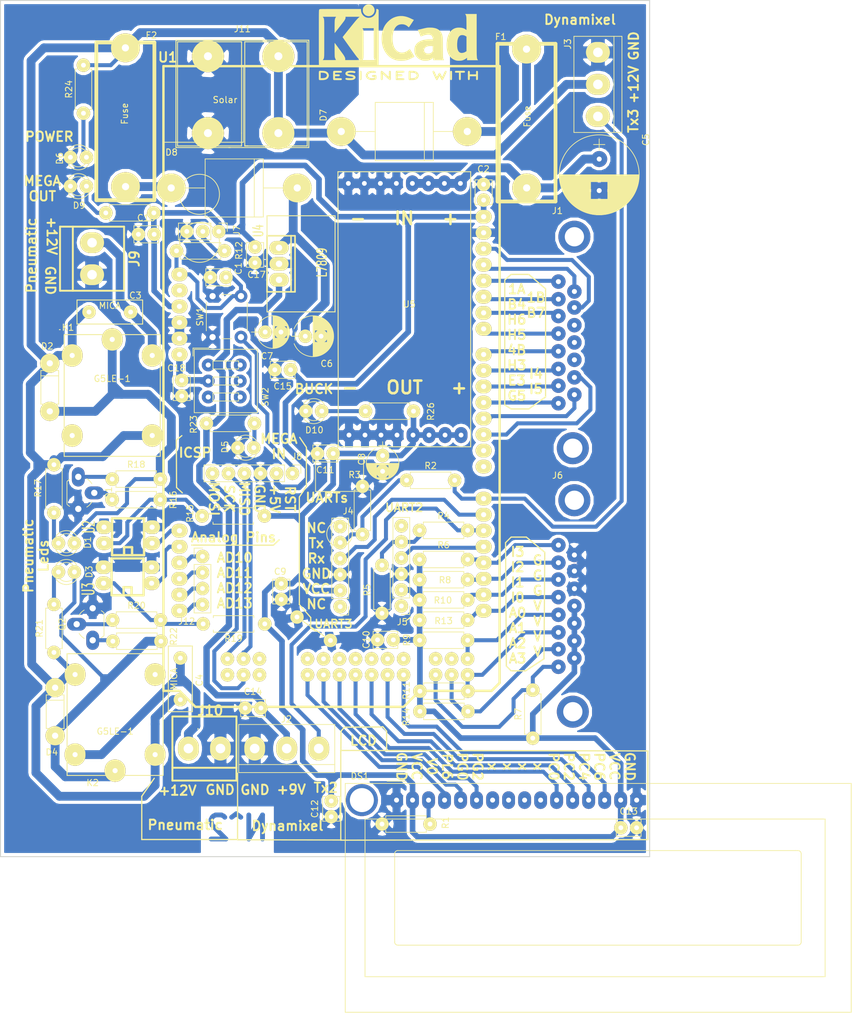
<source format=kicad_pcb>
(kicad_pcb (version 20171130) (host pcbnew no-vcs-found-75b21d0~61~ubuntu17.10.1)
  (title_block (title "Throwing Mechanism Shield") (date 2017-12-15) (comment 1 "Author : n-is"))
  (layers (0 F.Cu signal) (31 B.Cu signal) (34 B.Paste user) (35 F.Paste user) (36 B.SilkS user) (37 F.SilkS user) (38 B.Mask user) (39 F.Mask user) (44 Edge.Cuts user))
  (net 0 "")
  (net 1 GND)
  (net 2 /RESET)
  (net 3 +5V)
  (net 4 +12V)
  (net 5 "Net-(C3-Pad2)")
  (net 6 "Net-(C4-Pad2)")
  (net 7 "Net-(C5-Pad1)")
  (net 8 "Net-(C6-Pad1)")
  (net 9 +9V)
  (net 10 VCC)
  (net 11 "Net-(D1-Pad1)")
  (net 12 "Net-(D1-Pad2)")
  (net 13 "Net-(D3-Pad1)")
  (net 14 "Net-(D3-Pad2)")
  (net 15 "Net-(D5-Pad2)")
  (net 16 "Net-(D6-Pad2)")
  (net 17 "Net-(D7-Pad1)")
  (net 18 "Net-(D8-Pad2)")
  (net 19 "Net-(D9-Pad2)")
  (net 20 "Net-(D10-Pad2)")
  (net 21 /PG6)
  (net 22 /PC0)
  (net 23 /PC2)
  (net 24 /PC4)
  (net 25 "Net-(DS1-Pad10)")
  (net 26 "Net-(DS1-Pad9)")
  (net 27 "Net-(DS1-Pad8)")
  (net 28 "Net-(DS1-Pad7)")
  (net 29 /PC6)
  (net 30 /PA5)
  (net 31 "Net-(DS1-Pad3)")
  (net 32 /INT5)
  (net 33 /INT4)
  (net 34 "Net-(J1-Pad13)")
  (net 35 "Net-(J1-Pad12)")
  (net 36 "Net-(J1-Pad11)")
  (net 37 /PB7)
  (net 38 /OC1B)
  (net 39 /PG5)
  (net 40 /PE3)
  (net 41 /PH3)
  (net 42 /OC4B)
  (net 43 /PH5)
  (net 44 /PH6)
  (net 45 /PB4)
  (net 46 /OC1A)
  (net 47 /Tx2)
  (net 48 /Tx3)
  (net 49 "Net-(J4-Pad1)")
  (net 50 /Rx3)
  (net 51 "Net-(J4-Pad5)")
  (net 52 "Net-(J4-Pad6)")
  (net 53 "Net-(J5-Pad6)")
  (net 54 "Net-(J5-Pad5)")
  (net 55 /Rx2)
  (net 56 "Net-(J5-Pad1)")
  (net 57 /INT3)
  (net 58 /INT2)
  (net 59 /INT1)
  (net 60 /INT0)
  (net 61 /PA0)
  (net 62 /PA1)
  (net 63 /PA3)
  (net 64 /PA2)
  (net 65 "Net-(J7-Pad2)")
  (net 66 /MISO)
  (net 67 /SCK)
  (net 68 /MOSI)
  (net 69 "Net-(K1-Pad4)")
  (net 70 "Net-(K2-Pad4)")
  (net 71 "Net-(Q1-Pad2)")
  (net 72 "Net-(Q1-Pad1)")
  (net 73 "Net-(Q2-Pad1)")
  (net 74 "Net-(Q2-Pad2)")
  (net 75 "Net-(R15-Pad2)")
  (net 76 "Net-(R19-Pad2)")
  (net 77 /Vin)
  (net 78 /AD13)
  (net 79 /AD12)
  (net 80 /AD8)
  (net 81 /AD9)
  (net 82 /AD10)
  (net 83 /AD11)
  (net 84 "Net-(U1-Pad3V3)")
  (net 85 /Rx0)
  (net 86 /Tx0)
  (net 87 "Net-(U1-Pad26)")
  (net 88 "Net-(U1-Pad30)")
  (net 89 /PC5)
  (net 90 /PC3)
  (net 91 /PC1)
  (net 92 /PD7)
  (net 93 /PG1)
  (net 94 /PG0)
  (net 95 /PL7)
  (net 96 /PL6)
  (net 97 "Net-(U1-Pad48)")
  (net 98 "Net-(U1-Pad49)")
  (net 99 "Net-(U1-Pad53)")
  (module Mods:DB15FC (layer F.Cu) (at 135.255 153.416 270)
    (fp_text reference J6 (at -11.049 0.127) (layer F.SilkS))
    (fp_text value DB15_Female_Encoder)
    (pad "" thru_hole circle (at 26.42 -2.29 270) (size 5.08 5.08) (drill 3.05) (layers *.Cu *.Mask))
    (pad "" thru_hole circle (at -7.11 -2.54 270) (size 5.08 5.08) (drill 3.05) (layers *.Cu *.Mask))
    (pad 1 thru_hole circle (at 0 0 270) (size 2.286 2.286) (drill 0.800001) (layers *.Cu *.Mask) (net 57 /INT3))
    (pad 2 thru_hole circle (at 2.79 0 270) (size 2.286 2.286) (drill 0.800001) (layers *.Cu *.Mask) (net 58 /INT2))
    (pad 3 thru_hole circle (at 5.46 0 270) (size 2.286 2.286) (drill 0.800001) (layers *.Cu *.Mask) (net 59 /INT1))
    (pad 4 thru_hole circle (at 8.25 0 270) (size 2.286 2.286) (drill 0.800001) (layers *.Cu *.Mask) (net 60 /INT0))
    (pad 5 thru_hole circle (at 11.05 0 270) (size 2.286 2.286) (drill 0.800001) (layers *.Cu *.Mask) (net 61 /PA0))
    (pad 6 thru_hole circle (at 13.84 0 270) (size 2.286 2.286) (drill 0.800001) (layers *.Cu *.Mask) (net 62 /PA1))
    (pad 7 thru_hole circle (at 16.51 0 270) (size 2.286 2.286) (drill 0.800001) (layers *.Cu *.Mask) (net 63 /PA3))
    (pad 8 thru_hole circle (at 19.3 0 270) (size 2.286 2.286) (drill 0.800001) (layers *.Cu *.Mask) (net 30 /PA5))
    (pad 9 thru_hole circle (at 1.57 -2.54 270) (size 2.286 2.286) (drill 0.800001) (layers *.Cu *.Mask) (net 1 GND))
    (pad 10 thru_hole circle (at 4.11 -2.54 270) (size 2.286 2.286) (drill 0.800001) (layers *.Cu *.Mask) (net 1 GND))
    (pad 11 thru_hole circle (at 6.91 -2.54 270) (size 2.286 2.286) (drill 0.800001) (layers *.Cu *.Mask) (net 1 GND))
    (pad 12 thru_hole circle (at 9.65 -2.54 270) (size 2.286 2.286) (drill 0.800001) (layers *.Cu *.Mask) (net 10 VCC))
    (pad 13 thru_hole circle (at 12.4 -2.54 270) (size 2.286 2.286) (drill 0.800001) (layers *.Cu *.Mask) (net 10 VCC))
    (pad 14 thru_hole circle (at 15.19 -2.54 270) (size 2.286 2.286) (drill 0.800001) (layers *.Cu *.Mask) (net 10 VCC))
    (pad 15 thru_hole circle (at 17.93 -2.54 270) (size 2.286 2.286) (drill 0.800001) (layers *.Cu *.Mask) (net 10 VCC))
  )
  (module Mods:Cao_1000uF (layer F.Cu) (at 141.732 92.202 270)
    (fp_text reference C5 (at -3.0734 -7.40156 270) (layer F.SilkS))
    (fp_text value 1000uF)
    (pad 2 thru_hole circle (at 5 0 270) (size 2.54 2.54) (drill 0.7874) (layers *.Cu *.Mask) (net 1 GND))
    (pad 1 thru_hole circle (at 0 0 270) (size 2.54 2.54) (drill 0.7874) (layers *.Cu *.Mask) (net 7 "Net-(C5-Pad1)"))
  )
  (module Mods:ARDUINO_MEGA_SHIELD (layer F.Cu) (at 72.5932 77.47 270)
    (fp_text reference U1 (at -1.397 -0.6858) (layer F.SilkS) (effects (font (thickness 0.3048))))
    (fp_text value Arduino_Mega hide)
    (pad 14 thru_hole oval (at 68.58 -50.8) (size 2.54 2.159) (drill 0.8128) (layers *.Cu *.Mask F.SilkS) (net 48 /Tx3))
    (pad 15 thru_hole oval (at 71.12 -50.8) (size 2.54 2.159) (drill 0.8128) (layers *.Cu *.Mask F.SilkS) (net 50 /Rx3))
    (pad 16 thru_hole oval (at 73.66 -50.8) (size 2.54 2.159) (drill 0.8128) (layers *.Cu *.Mask F.SilkS) (net 47 /Tx2))
    (pad 17 thru_hole oval (at 76.2 -50.8) (size 2.54 2.159) (drill 0.8128) (layers *.Cu *.Mask F.SilkS) (net 55 /Rx2))
    (pad 18 thru_hole oval (at 78.74 -50.8) (size 2.54 2.159) (drill 0.8128) (layers *.Cu *.Mask F.SilkS) (net 57 /INT3))
    (pad 19 thru_hole oval (at 81.28 -50.8) (size 2.54 2.159) (drill 0.8128) (layers *.Cu *.Mask F.SilkS) (net 58 /INT2))
    (pad 20 thru_hole oval (at 83.82 -50.8) (size 2.54 2.159) (drill 0.8128) (layers *.Cu *.Mask F.SilkS) (net 59 /INT1))
    (pad 21 thru_hole oval (at 86.36 -50.8) (size 2.54 2.159) (drill 0.8128) (layers *.Cu *.Mask F.SilkS) (net 60 /INT0))
    (pad AD13 thru_hole oval (at 86.36 -2.54) (size 2.54 2.159) (drill 0.8128) (layers *.Cu *.Mask F.SilkS) (net 78 /AD13))
    (pad AD12 thru_hole oval (at 83.82 -2.54) (size 2.54 2.159) (drill 0.8128) (layers *.Cu *.Mask F.SilkS) (net 79 /AD12))
    (pad AD8 thru_hole oval (at 73.66 -2.54) (size 2.54 2.159) (drill 0.8128) (layers *.Cu *.Mask F.SilkS) (net 80 /AD8))
    (pad AD9 thru_hole oval (at 76.2 -2.54) (size 2.54 2.159) (drill 0.8128) (layers *.Cu *.Mask F.SilkS) (net 81 /AD9))
    (pad AD10 thru_hole oval (at 78.74 -2.54) (size 2.54 2.159) (drill 0.8128) (layers *.Cu *.Mask F.SilkS) (net 82 /AD10))
    (pad AD11 thru_hole oval (at 81.28 -2.54) (size 2.54 2.159) (drill 0.8128) (layers *.Cu *.Mask F.SilkS) (net 83 /AD11))
    (pad V_IN thru_hole oval (at 45.72 -2.54) (size 2.54 2.159) (drill 0.8128) (layers *.Cu *.Mask F.SilkS) (net 77 /Vin))
    (pad GND2 thru_hole oval (at 43.18 -2.54) (size 2.54 2.159) (drill 0.8128) (layers *.Cu *.Mask F.SilkS) (net 1 GND))
    (pad GND1 thru_hole oval (at 40.64 -2.54) (size 2.54 2.159) (drill 0.8128) (layers *.Cu *.Mask F.SilkS) (net 1 GND))
    (pad 3V3 thru_hole oval (at 35.56 -2.54) (size 2.54 2.159) (drill 0.8128) (layers *.Cu *.Mask F.SilkS) (net 84 "Net-(U1-Pad3V3)"))
    (pad RST thru_hole oval (at 33.02 -2.54) (size 2.54 2.159) (drill 0.8128) (layers *.Cu *.Mask F.SilkS) (net 2 /RESET))
    (pad 0 thru_hole oval (at 63.5 -50.8) (size 2.54 2.159) (drill 0.8128) (layers *.Cu *.Mask F.SilkS) (net 85 /Rx0))
    (pad 1 thru_hole oval (at 60.96 -50.8) (size 2.54 2.159) (drill 0.8128) (layers *.Cu *.Mask F.SilkS) (net 86 /Tx0))
    (pad 2 thru_hole oval (at 58.42 -50.8) (size 2.54 2.159) (drill 0.8128) (layers *.Cu *.Mask F.SilkS) (net 33 /INT4))
    (pad 3 thru_hole oval (at 55.88 -50.8) (size 2.54 2.159) (drill 0.8128) (layers *.Cu *.Mask F.SilkS) (net 32 /INT5))
    (pad 4 thru_hole oval (at 53.34 -50.8) (size 2.54 2.159) (drill 0.8128) (layers *.Cu *.Mask F.SilkS) (net 39 /PG5))
    (pad 5 thru_hole oval (at 50.8 -50.8) (size 2.54 2.159) (drill 0.8128) (layers *.Cu *.Mask F.SilkS) (net 40 /PE3))
    (pad 6 thru_hole oval (at 48.26 -50.8) (size 2.54 2.159) (drill 0.8128) (layers *.Cu *.Mask F.SilkS) (net 41 /PH3))
    (pad 7 thru_hole oval (at 45.72 -50.8) (size 2.54 2.159) (drill 0.8128) (layers *.Cu *.Mask F.SilkS) (net 42 /OC4B))
    (pad 8 thru_hole oval (at 41.656 -50.8) (size 2.54 2.159) (drill 0.8128) (layers *.Cu *.Mask F.SilkS) (net 43 /PH5))
    (pad 9 thru_hole oval (at 39.116 -50.8) (size 2.54 2.159) (drill 0.8128) (layers *.Cu *.Mask F.SilkS) (net 44 /PH6))
    (pad 10 thru_hole oval (at 36.576 -50.8) (size 2.54 2.159) (drill 0.8128) (layers *.Cu *.Mask F.SilkS) (net 45 /PB4))
    (pad 11 thru_hole oval (at 34.036 -50.8) (size 2.54 2.159) (drill 0.8128) (layers *.Cu *.Mask F.SilkS) (net 46 /OC1A))
    (pad 12 thru_hole oval (at 31.496 -50.8) (size 2.54 2.159) (drill 0.8128) (layers *.Cu *.Mask F.SilkS) (net 38 /OC1B))
    (pad 13 thru_hole oval (at 28.956 -50.8) (size 2.54 2.159) (drill 0.8128) (layers *.Cu *.Mask F.SilkS) (net 37 /PB7))
    (pad GND3 thru_hole oval (at 26.416 -50.8) (size 2.54 2.159) (drill 0.8128) (layers *.Cu *.Mask F.SilkS) (net 1 GND))
    (pad AREF thru_hole oval (at 23.876 -50.8) (size 2.54 2.159) (drill 0.8128) (layers *.Cu *.Mask F.SilkS) (net 3 +5V))
    (pad 5V thru_hole oval (at 38.1 -2.54) (size 2.54 2.159) (drill 0.8128) (layers *.Cu *.Mask F.SilkS) (net 3 +5V))
    (pad 22 thru_hole circle (at 93.98 -48.26 270) (size 2.1336 2.1336) (drill 0.762) (layers *.Cu *.Mask F.SilkS) (net 61 /PA0))
    (pad 23 thru_hole circle (at 96.52 -48.26 270) (size 2.1336 2.1336) (drill 0.762) (layers *.Cu *.Mask F.SilkS) (net 62 /PA1))
    (pad 24 thru_hole circle (at 93.98 -45.72 270) (size 2.1336 2.1336) (drill 0.762) (layers *.Cu *.Mask F.SilkS) (net 64 /PA2))
    (pad 25 thru_hole circle (at 96.52 -45.72 270) (size 2.1336 2.1336) (drill 0.762) (layers *.Cu *.Mask F.SilkS) (net 63 /PA3))
    (pad 26 thru_hole circle (at 93.98 -43.18 270) (size 2.1336 2.1336) (drill 0.762) (layers *.Cu *.Mask F.SilkS) (net 87 "Net-(U1-Pad26)"))
    (pad 27 thru_hole circle (at 96.52 -43.18 270) (size 2.1336 2.1336) (drill 0.762) (layers *.Cu *.Mask F.SilkS) (net 30 /PA5))
    (pad 31 thru_hole circle (at 96.52 -38.1 270) (size 2.1336 2.1336) (drill 0.762) (layers *.Cu *.Mask F.SilkS) (net 29 /PC6))
    (pad 30 thru_hole circle (at 93.98 -38.1 270) (size 2.1336 2.1336) (drill 0.762) (layers *.Cu *.Mask F.SilkS) (net 88 "Net-(U1-Pad30)"))
    (pad 32 thru_hole circle (at 93.98 -35.56 270) (size 2.1336 2.1336) (drill 0.762) (layers *.Cu *.Mask F.SilkS) (net 89 /PC5))
    (pad 33 thru_hole circle (at 96.52 -35.56 270) (size 2.1336 2.1336) (drill 0.762) (layers *.Cu *.Mask F.SilkS) (net 24 /PC4))
    (pad 34 thru_hole circle (at 93.98 -33.02 270) (size 2.1336 2.1336) (drill 0.762) (layers *.Cu *.Mask F.SilkS) (net 90 /PC3))
    (pad 35 thru_hole circle (at 96.52 -33.02 270) (size 2.1336 2.1336) (drill 0.762) (layers *.Cu *.Mask F.SilkS) (net 23 /PC2))
    (pad 36 thru_hole circle (at 93.98 -30.48 270) (size 2.1336 2.1336) (drill 0.762) (layers *.Cu *.Mask F.SilkS) (net 91 /PC1))
    (pad 37 thru_hole circle (at 96.52 -30.48 270) (size 2.1336 2.1336) (drill 0.762) (layers *.Cu *.Mask F.SilkS) (net 22 /PC0))
    (pad 38 thru_hole circle (at 93.98 -27.94 270) (size 2.1336 2.1336) (drill 0.762) (layers *.Cu *.Mask F.SilkS) (net 92 /PD7))
    (pad 39 thru_hole circle (at 96.52 -27.94 270) (size 2.1336 2.1336) (drill 0.762) (layers *.Cu *.Mask F.SilkS) (net 21 /PG6))
    (pad 40 thru_hole circle (at 93.98 -25.4 270) (size 2.1336 2.1336) (drill 0.762) (layers *.Cu *.Mask F.SilkS) (net 93 /PG1))
    (pad 41 thru_hole circle (at 96.52 -25.4 270) (size 2.1336 2.1336) (drill 0.762) (layers *.Cu *.Mask F.SilkS) (net 94 /PG0))
    (pad 42 thru_hole circle (at 93.98 -22.86 270) (size 2.1336 2.1336) (drill 0.762) (layers *.Cu *.Mask F.SilkS) (net 95 /PL7))
    (pad 43 thru_hole circle (at 96.52 -22.86 270) (size 2.1336 2.1336) (drill 0.762) (layers *.Cu *.Mask F.SilkS) (net 96 /PL6))
    (pad 48 thru_hole circle (at 93.98 -15.24 270) (size 2.1336 2.1336) (drill 0.762) (layers *.Cu *.Mask F.SilkS) (net 97 "Net-(U1-Pad48)"))
    (pad 49 thru_hole circle (at 96.52 -15.24 270) (size 2.1336 2.1336) (drill 0.762) (layers *.Cu *.Mask F.SilkS) (net 98 "Net-(U1-Pad49)"))
    (pad 50 thru_hole circle (at 93.98 -12.7 270) (size 2.1336 2.1336) (drill 0.762) (layers *.Cu *.Mask F.SilkS) (net 66 /MISO))
    (pad 51 thru_hole circle (at 96.52 -12.7 270) (size 2.1336 2.1336) (drill 0.762) (layers *.Cu *.Mask F.SilkS) (net 68 /MOSI))
    (pad 52 thru_hole circle (at 93.98 -10.16 270) (size 2.1336 2.1336) (drill 0.762) (layers *.Cu *.Mask F.SilkS) (net 67 /SCK))
    (pad 53 thru_hole circle (at 96.52 -10.16 270) (size 2.1336 2.1336) (drill 0.762) (layers *.Cu *.Mask F.SilkS) (net 99 "Net-(U1-Pad53)"))
  )
  (module Mods:Res_Small (layer F.Cu) (at 99.60864 168.89984 145)
    (fp_text reference R27 hide)
    (fp_text value R)
    (pad 2 thru_hole circle (at 7.112 0.000001 145) (size 2.1336 2.1336) (drill 0.762) (layers *.Cu *.Mask F.SilkS) (net 1 GND))
    (pad 1 thru_hole circle (at 0.635 0 145) (size 2.1336 2.1336) (drill 0.762) (layers *.Cu *.Mask F.SilkS) (net 1 GND))
  )
  (module Mods:LCD-16*2 (layer F.Cu) (at 109.5756 193.8528)
    (fp_text reference DS1 (at -5.82 -3.81) (layer F.SilkS))
    (fp_text value LCD-16*2)
    (pad "" thru_hole circle (at -5.4991 0) (size 5.08 5.08) (drill 3.81) (layers *.Cu *.Mask))
    (pad 16 thru_hole oval (at 38.1 0) (size 2.032 2.794) (drill 0.7874) (layers *.Cu *.Mask) (net 1 GND))
    (pad 15 thru_hole oval (at 35.56 0) (size 2.032 2.794) (drill 0.7874) (layers *.Cu *.Mask) (net 10 VCC))
    (pad 14 thru_hole oval (at 33.02 0) (size 2.032 2.794) (drill 0.7874) (layers *.Cu *.Mask) (net 29 /PC6))
    (pad 13 thru_hole oval (at 30.48 0) (size 2.032 2.794) (drill 0.7874) (layers *.Cu *.Mask) (net 24 /PC4))
    (pad 12 thru_hole oval (at 27.94 0) (size 2.032 2.794) (drill 0.7874) (layers *.Cu *.Mask) (net 23 /PC2))
    (pad 11 thru_hole oval (at 25.4 0) (size 2.032 2.794) (drill 0.7874) (layers *.Cu *.Mask) (net 22 /PC0))
    (pad 10 thru_hole oval (at 22.86 0) (size 2.032 2.794) (drill 0.7874) (layers *.Cu *.Mask) (net 25 "Net-(DS1-Pad10)"))
    (pad 9 thru_hole oval (at 20.32 0) (size 2.032 2.794) (drill 0.7874) (layers *.Cu *.Mask) (net 26 "Net-(DS1-Pad9)"))
    (pad 8 thru_hole oval (at 17.78 0) (size 2.032 2.794) (drill 0.7874) (layers *.Cu *.Mask) (net 27 "Net-(DS1-Pad8)"))
    (pad 7 thru_hole oval (at 15.24 0) (size 2.032 2.794) (drill 0.7874) (layers *.Cu *.Mask) (net 28 "Net-(DS1-Pad7)"))
    (pad 6 thru_hole oval (at 12.7 0) (size 2.032 2.794) (drill 0.7874) (layers *.Cu *.Mask) (net 21 /PG6))
    (pad 5 thru_hole oval (at 10.16 0) (size 2.032 2.794) (drill 0.7874) (layers *.Cu *.Mask) (net 94 /PG0))
    (pad 4 thru_hole oval (at 7.62 0) (size 2.032 2.794) (drill 0.7874) (layers *.Cu *.Mask) (net 96 /PL6))
    (pad 3 thru_hole oval (at 5.08 0) (size 2.032 2.794) (drill 0.7874) (layers *.Cu *.Mask) (net 31 "Net-(DS1-Pad3)"))
    (pad 2 thru_hole oval (at 2.54 0) (size 2.032 2.794) (drill 0.7874) (layers *.Cu *.Mask) (net 10 VCC))
    (pad 1 thru_hole oval (at 0 0) (size 2.032 2.794) (drill 0.7874) (layers *.Cu *.Mask) (net 1 GND))
  )
  (module Mods:Res_Small (layer F.Cu) (at 87.4776 148.7932 180)
    (fp_text reference R15 (at 10.668 0.39116 270) (layer F.SilkS))
    (fp_text value 10K)
    (pad 2 thru_hole circle (at 8.763 0 180) (size 2.1336 2.1336) (drill 0.762) (layers *.Cu *.Mask F.SilkS) (net 75 "Net-(R15-Pad2)"))
    (pad 1 thru_hole circle (at -1.143 0 180) (size 2.1336 2.1336) (drill 0.762) (layers *.Cu *.Mask F.SilkS) (net 10 VCC))
  )
  (module Mods:Res_Small (layer F.Cu) (at 87.5284 165.9128 180)
    (fp_text reference R19 (at 3.81 -2.31 180) (layer F.SilkS))
    (fp_text value 10K)
    (pad 1 thru_hole circle (at -1.143 0 180) (size 2.1336 2.1336) (drill 0.762) (layers *.Cu *.Mask F.SilkS) (net 10 VCC))
    (pad 2 thru_hole circle (at 8.636 0 180) (size 2.1336 2.1336) (drill 0.762) (layers *.Cu *.Mask F.SilkS) (net 76 "Net-(R19-Pad2)"))
  )
  (module Mods:C-MICA (layer F.Cu) (at 64.2112 117.348)
    (fp_text reference C3 (at 3.937 -3.52044) (layer F.SilkS))
    (fp_text value MICA (at -0.127 -1.905) (layer F.SilkS))
    (pad 1 thru_hole circle (at -3.429 -0.889) (size 2.1336 2.1336) (drill 0.762) (layers *.Cu *.Mask F.SilkS) (net 4 +12V))
    (pad 2 thru_hole circle (at 3.175 -0.889) (size 2.1336 2.1336) (drill 0.762) (layers *.Cu *.Mask F.SilkS) (net 5 "Net-(C3-Pad2)"))
  )
  (module Mods:Cap_0.1in_pF (layer F.Cu) (at 82.5246 110.9472 180)
    (fp_text reference C1 (at -1.96596 1.39192 270) (layer F.SilkS))
    (fp_text value 0.1uF)
    (pad 2 thru_hole circle (at 2.5 0 180) (size 2.1336 2.1336) (drill 0.762) (layers *.Cu *.Mask F.SilkS) (net 1 GND))
    (pad 1 thru_hole circle (at 0 0 180) (size 2.1336 2.1336) (drill 0.762) (layers *.Cu *.Mask F.SilkS) (net 2 /RESET))
  )
  (module Mods:Cap_0.1in_pF (layer F.Cu) (at 123.3932 96.2152 270)
    (fp_text reference C2 (at -2.413 0.0254) (layer F.SilkS))
    (fp_text value 0.1uF)
    (pad 1 thru_hole circle (at 0 0 270) (size 2.1336 2.1336) (drill 0.762) (layers *.Cu *.Mask F.SilkS) (net 1 GND))
    (pad 2 thru_hole circle (at 2.5 0 270) (size 2.1336 2.1336) (drill 0.762) (layers *.Cu *.Mask F.SilkS) (net 3 +5V))
  )
  (module Mods:Cap_100uF (layer F.Cu) (at 95.0976 120.2944)
    (fp_text reference C6 (at 3.39344 4.34848) (layer F.SilkS))
    (fp_text value 100uF)
    (pad 2 thru_hole circle (at 2.5 0) (size 2.1336 2.1336) (drill 0.762) (layers *.Cu *.Mask F.SilkS) (net 1 GND))
    (pad 1 thru_hole circle (at 0 0) (size 2.1336 2.1336) (drill 0.762) (layers *.Cu *.Mask F.SilkS) (net 8 "Net-(C6-Pad1)"))
  )
  (module Mods:Cap_10uF (layer F.Cu) (at 88.7349 119.634)
    (fp_text reference C7 (at 0.28194 3.80492) (layer F.SilkS))
    (fp_text value 10uF)
    (pad 2 thru_hole circle (at 2.5 0) (size 2.1336 2.1336) (drill 0.762) (layers *.Cu *.Mask F.SilkS) (net 1 GND))
    (pad 1 thru_hole circle (at 0 0) (size 2.1336 2.1336) (drill 0.762) (layers *.Cu *.Mask F.SilkS) (net 9 +9V))
  )
  (module Mods:Cap_10uF (layer F.Cu) (at 107.3658 139.2174 270)
    (fp_text reference C8 (at 0.57404 3.31216 270) (layer F.SilkS))
    (fp_text value 10uF)
    (pad 1 thru_hole circle (at 0 0 270) (size 2.1336 2.1336) (drill 0.762) (layers *.Cu *.Mask F.SilkS) (net 10 VCC))
    (pad 2 thru_hole circle (at 2.5 0 270) (size 2.1336 2.1336) (drill 0.762) (layers *.Cu *.Mask F.SilkS) (net 1 GND))
  )
  (module Mods:LED_D3.0mm (layer F.Cu) (at 58.4708 153.1112 180)
    (fp_text reference D1 (at -2.1082 0.1016 270) (layer F.SilkS))
    (fp_text value LED)
    (pad 1 thru_hole circle (at 0 0 180) (size 2.1336 2.1336) (drill 0.762) (layers *.Cu *.Mask F.SilkS) (net 11 "Net-(D1-Pad1)"))
    (pad 2 thru_hole circle (at 2.54 0 180) (size 2.1336 2.1336) (drill 0.762) (layers *.Cu *.Mask F.SilkS) (net 12 "Net-(D1-Pad2)"))
  )
  (module Diodes_THT:D_A-405_P7.62mm_Horizontal (layer F.Cu) (at 54.5592 124.587 270)
    (fp_text reference D2 (at -2.71272 0.41148) (layer F.SilkS))
    (fp_text value D)
    (pad 2 thru_hole circle (at 7.62 0 270) (size 3.048 3.048) (drill 0.9906) (layers *.Cu *.Mask F.SilkS) (net 11 "Net-(D1-Pad1)"))
    (pad 1 thru_hole circle (at 0 0 270) (size 3.048 3.048) (drill 0.9906) (layers *.Cu *.Mask F.SilkS) (net 4 +12V))
  )
  (module Mods:LED_D3.0mm (layer F.Cu) (at 58.4708 157.6832 180)
    (fp_text reference D3 (at -2.3368 0.0254 270) (layer F.SilkS))
    (fp_text value LED)
    (pad 1 thru_hole circle (at 0 0 180) (size 2.1336 2.1336) (drill 0.762) (layers *.Cu *.Mask F.SilkS) (net 13 "Net-(D3-Pad1)"))
    (pad 2 thru_hole circle (at 2.54 0 180) (size 2.1336 2.1336) (drill 0.762) (layers *.Cu *.Mask F.SilkS) (net 14 "Net-(D3-Pad2)"))
  )
  (module Diodes_THT:D_A-405_P7.62mm_Horizontal (layer F.Cu) (at 55.40756 176.022 270)
    (fp_text reference D4 (at 10.22604 0.5334) (layer F.SilkS))
    (fp_text value D)
    (pad 1 thru_hole circle (at 0 0 270) (size 3.048 3.048) (drill 0.9906) (layers *.Cu *.Mask F.SilkS) (net 4 +12V))
    (pad 2 thru_hole circle (at 7.62 0 270) (size 3.048 3.048) (drill 0.9906) (layers *.Cu *.Mask F.SilkS) (net 13 "Net-(D3-Pad1)"))
  )
  (module Mods:LED_D3.0mm (layer F.Cu) (at 84.38896 137.9728)
    (fp_text reference D5 (at -2.02184 -0.11684 90) (layer F.SilkS))
    (fp_text value "MEGA IN")
    (pad 2 thru_hole circle (at 2.54 0) (size 2.1336 2.1336) (drill 0.762) (layers *.Cu *.Mask F.SilkS) (net 15 "Net-(D5-Pad2)"))
    (pad 1 thru_hole circle (at 0 0) (size 2.1336 2.1336) (drill 0.762) (layers *.Cu *.Mask F.SilkS) (net 1 GND))
  )
  (module Mods:LED_D3.0mm (layer F.Cu) (at 57.8358 91.9226)
    (fp_text reference D6 (at -1.71196 0.16764 90) (layer F.SilkS))
    (fp_text value POWER)
    (pad 2 thru_hole circle (at 2.54 0) (size 2.1336 2.1336) (drill 0.762) (layers *.Cu *.Mask F.SilkS) (net 16 "Net-(D6-Pad2)"))
    (pad 1 thru_hole circle (at 0 0) (size 2.1336 2.1336) (drill 0.762) (layers *.Cu *.Mask F.SilkS) (net 1 GND))
  )
  (module Diodes_THT:D_P600_R-6_P20.00mm_Horizontal (layer F.Cu) (at 120.8024 87.8332 180)
    (fp_text reference D7 (at 22.8346 2.57556 270) (layer F.SilkS))
    (fp_text value D)
    (pad 2 thru_hole circle (at 20 0 270) (size 4.572 4.572) (drill 1.143) (layers *.Cu *.Mask F.SilkS) (net 4 +12V))
    (pad 1 thru_hole circle (at 0 0 270) (size 4.572 4.572) (drill 1.143) (layers *.Cu *.Mask F.SilkS) (net 17 "Net-(D7-Pad1)"))
  )
  (module Diodes_THT:D_P600_R-6_P20.00mm_Horizontal (layer F.Cu) (at 93.82252 96.78416 180)
    (fp_text reference D8 (at 19.94916 5.64388 180) (layer F.SilkS))
    (fp_text value D)
    (pad 1 thru_hole circle (at 0 0 270) (size 4.572 4.572) (drill 1.143) (layers *.Cu *.Mask F.SilkS) (net 8 "Net-(C6-Pad1)"))
    (pad 2 thru_hole circle (at 20 0 270) (size 4.572 4.572) (drill 1.143) (layers *.Cu *.Mask F.SilkS) (net 18 "Net-(D8-Pad2)"))
  )
  (module Mods:LED_D3.0mm (layer F.Cu) (at 57.8358 96.50476)
    (fp_text reference D9 (at 1.3716 3.05308 180) (layer F.SilkS))
    (fp_text value "MEGA OUT")
    (pad 2 thru_hole circle (at 2.54 0) (size 2.1336 2.1336) (drill 0.762) (layers *.Cu *.Mask F.SilkS) (net 19 "Net-(D9-Pad2)"))
    (pad 1 thru_hole circle (at 0 0) (size 2.1336 2.1336) (drill 0.762) (layers *.Cu *.Mask F.SilkS) (net 1 GND))
  )
  (module Mods:LED_D3.0mm (layer F.Cu) (at 95.1738 132.17144)
    (fp_text reference D10 (at 1.36144 3.00228) (layer F.SilkS))
    (fp_text value BUCK)
    (pad 1 thru_hole circle (at 0 0) (size 2.1336 2.1336) (drill 0.762) (layers *.Cu *.Mask F.SilkS) (net 1 GND))
    (pad 2 thru_hole circle (at 2.54 0) (size 2.1336 2.1336) (drill 0.762) (layers *.Cu *.Mask F.SilkS) (net 20 "Net-(D10-Pad2)"))
  )
  (module Mods:FUSE (layer F.Cu) (at 129.6924 86.2076 270)
    (fp_text reference F1 (at -13.39596 3.5814) (layer F.SilkS))
    (fp_text value Fuse (at -0.76708 -0.61976 270) (layer F.SilkS))
    (pad 1 thru_hole circle (at 10.5691 -0.5304) (size 4.572 4.572) (drill 1.143) (layers *.Cu *.Mask F.SilkS) (net 7 "Net-(C5-Pad1)"))
    (pad 2 thru_hole circle (at -11.4309 -0.5054) (size 4.572 4.572) (drill 1.143) (layers *.Cu *.Mask F.SilkS) (net 17 "Net-(D7-Pad1)"))
  )
  (module Mods:FUSE (layer F.Cu) (at 66.05016 85.99932 270)
    (fp_text reference F2 (at -13.41628 -4.62788) (layer F.SilkS))
    (fp_text value Fuse (at -0.99568 -0.39624 270) (layer F.SilkS))
    (pad 2 thru_hole circle (at -11.4309 -0.5054) (size 4.572 4.572) (drill 1.143) (layers *.Cu *.Mask F.SilkS) (net 4 +12V))
    (pad 1 thru_hole circle (at 10.5691 -0.5304) (size 4.572 4.572) (drill 1.143) (layers *.Cu *.Mask F.SilkS) (net 18 "Net-(D8-Pad2)"))
  )
  (module Mods:DB15FC (layer F.Cu) (at 135.255 111.633 270)
    (fp_text reference J1 (at -11.2268 0.1524) (layer F.SilkS))
    (fp_text value DB15_Female_Motor)
    (pad 15 thru_hole circle (at 17.93 -2.54 270) (size 2.286 2.286) (drill 0.800001) (layers *.Cu *.Mask) (net 32 /INT5))
    (pad 14 thru_hole circle (at 15.19 -2.54 270) (size 2.286 2.286) (drill 0.800001) (layers *.Cu *.Mask) (net 33 /INT4))
    (pad 13 thru_hole circle (at 12.4 -2.54 270) (size 2.286 2.286) (drill 0.800001) (layers *.Cu *.Mask) (net 34 "Net-(J1-Pad13)"))
    (pad 12 thru_hole circle (at 9.65 -2.54 270) (size 2.286 2.286) (drill 0.800001) (layers *.Cu *.Mask) (net 35 "Net-(J1-Pad12)"))
    (pad 11 thru_hole circle (at 6.91 -2.54 270) (size 2.286 2.286) (drill 0.800001) (layers *.Cu *.Mask) (net 36 "Net-(J1-Pad11)"))
    (pad 10 thru_hole circle (at 4.11 -2.54 270) (size 2.286 2.286) (drill 0.800001) (layers *.Cu *.Mask) (net 37 /PB7))
    (pad 9 thru_hole circle (at 1.57 -2.54 270) (size 2.286 2.286) (drill 0.800001) (layers *.Cu *.Mask) (net 38 /OC1B))
    (pad 8 thru_hole circle (at 19.3 0 270) (size 2.286 2.286) (drill 0.800001) (layers *.Cu *.Mask) (net 39 /PG5))
    (pad 7 thru_hole circle (at 16.51 0 270) (size 2.286 2.286) (drill 0.800001) (layers *.Cu *.Mask) (net 40 /PE3))
    (pad 6 thru_hole circle (at 13.84 0 270) (size 2.286 2.286) (drill 0.800001) (layers *.Cu *.Mask) (net 41 /PH3))
    (pad 5 thru_hole circle (at 11.05 0 270) (size 2.286 2.286) (drill 0.800001) (layers *.Cu *.Mask) (net 42 /OC4B))
    (pad 4 thru_hole circle (at 8.25 0 270) (size 2.286 2.286) (drill 0.800001) (layers *.Cu *.Mask) (net 43 /PH5))
    (pad 3 thru_hole circle (at 5.46 0 270) (size 2.286 2.286) (drill 0.800001) (layers *.Cu *.Mask) (net 44 /PH6))
    (pad 2 thru_hole circle (at 2.79 0 270) (size 2.286 2.286) (drill 0.800001) (layers *.Cu *.Mask) (net 45 /PB4))
    (pad 1 thru_hole circle (at 0 0 270) (size 2.286 2.286) (drill 0.800001) (layers *.Cu *.Mask) (net 46 /OC1A))
    (pad "" thru_hole circle (at -7.11 -2.54 270) (size 5.08 5.08) (drill 3.05) (layers *.Cu *.Mask))
    (pad "" thru_hole circle (at 26.42 -2.29 270) (size 5.08 5.08) (drill 3.05) (layers *.Cu *.Mask))
  )
  (module Mods:bornier3 (layer F.Cu) (at 87.0712 185.674)
    (fp_text reference J2 (at 5.05 -4.65) (layer F.SilkS))
    (fp_text value Dynamixel_09)
    (pad 1 thru_hole oval (at 0 0) (size 3.302 3.81) (drill 1.524) (layers *.Cu *.Mask F.SilkS) (net 1 GND))
    (pad 2 thru_hole oval (at 5.08 0) (size 3.302 3.81) (drill 1.524) (layers *.Cu *.Mask F.SilkS) (net 9 +9V))
    (pad 3 thru_hole oval (at 10.16 0) (size 3.302 3.81) (drill 1.524) (layers *.Cu *.Mask F.SilkS) (net 47 /Tx2))
  )
  (module Mods:bornier3 (layer F.Cu) (at 141.5288 85.4456 90)
    (fp_text reference J3 (at 11.49096 -4.78536 90) (layer F.SilkS))
    (fp_text value Dynamixel_12)
    (pad 3 thru_hole oval (at 10.16 0 90) (size 3.302 3.81) (drill 1.524) (layers *.Cu *.Mask F.SilkS) (net 1 GND))
    (pad 2 thru_hole oval (at 5.08 0 90) (size 3.302 3.81) (drill 1.524) (layers *.Cu *.Mask F.SilkS) (net 4 +12V))
    (pad 1 thru_hole oval (at 0 0 90) (size 3.302 3.81) (drill 1.524) (layers *.Cu *.Mask F.SilkS) (net 48 /Tx3))
  )
  (module Socket_Strips:Socket_Strip_Straight_1x06_Pitch2.54mm (layer F.Cu) (at 100.6348 163.1696 180)
    (fp_text reference J4 (at -1.27 15.1384 180) (layer F.SilkS))
    (fp_text value UART3)
    (pad 1 thru_hole circle (at 0 0 180) (size 2.1336 2.1336) (drill 0.762) (layers *.Cu *.Mask F.SilkS) (net 49 "Net-(J4-Pad1)"))
    (pad 2 thru_hole circle (at 0 2.54 180) (size 2.1336 2.1336) (drill 0.762) (layers *.Cu *.Mask F.SilkS) (net 10 VCC))
    (pad 3 thru_hole circle (at 0 5.08 180) (size 2.1336 2.1336) (drill 0.762) (layers *.Cu *.Mask F.SilkS) (net 1 GND))
    (pad 4 thru_hole circle (at 0 7.62 180) (size 2.1336 2.1336) (drill 0.762) (layers *.Cu *.Mask F.SilkS) (net 50 /Rx3))
    (pad 5 thru_hole circle (at 0 10.16 180) (size 2.1336 2.1336) (drill 0.762) (layers *.Cu *.Mask F.SilkS) (net 51 "Net-(J4-Pad5)"))
    (pad 6 thru_hole circle (at 0 12.7 180) (size 2.1336 2.1336) (drill 0.762) (layers *.Cu *.Mask F.SilkS) (net 52 "Net-(J4-Pad6)"))
  )
  (module Socket_Strips:Socket_Strip_Straight_1x06_Pitch2.54mm (layer F.Cu) (at 110.3376 163.068 180)
    (fp_text reference J5 (at -0.1524 -2.54 180) (layer F.SilkS))
    (fp_text value UART2)
    (pad 6 thru_hole circle (at 0 12.7 180) (size 2.1336 2.1336) (drill 0.762) (layers *.Cu *.Mask F.SilkS) (net 53 "Net-(J5-Pad6)"))
    (pad 5 thru_hole circle (at 0 10.16 180) (size 2.1336 2.1336) (drill 0.762) (layers *.Cu *.Mask F.SilkS) (net 54 "Net-(J5-Pad5)"))
    (pad 4 thru_hole circle (at 0 7.62 180) (size 2.1336 2.1336) (drill 0.762) (layers *.Cu *.Mask F.SilkS) (net 55 /Rx2))
    (pad 3 thru_hole circle (at 0 5.08 180) (size 2.1336 2.1336) (drill 0.762) (layers *.Cu *.Mask F.SilkS) (net 1 GND))
    (pad 2 thru_hole circle (at 0 2.54 180) (size 2.1336 2.1336) (drill 0.762) (layers *.Cu *.Mask F.SilkS) (net 10 VCC))
    (pad 1 thru_hole circle (at 0 0 180) (size 2.1336 2.1336) (drill 0.762) (layers *.Cu *.Mask F.SilkS) (net 56 "Net-(J5-Pad1)"))
  )
  (module Pin_Headers:Pin_Header_Straight_1x03_Pitch2.54mm (layer F.Cu) (at 81.3816 103.6828 270)
    (fp_text reference J7 (at -0.13716 -2.86004 270) (layer F.SilkS))
    (fp_text value RESET_PULL)
    (pad 1 thru_hole circle (at 0 0 270) (size 2.1336 2.1336) (drill 0.762) (layers *.Cu *.Mask F.SilkS) (net 3 +5V))
    (pad 2 thru_hole circle (at 0 2.54 270) (size 2.1336 2.1336) (drill 0.762) (layers *.Cu *.Mask F.SilkS) (net 65 "Net-(J7-Pad2)"))
    (pad 3 thru_hole circle (at 0 5.08 270) (size 2.1336 2.1336) (drill 0.762) (layers *.Cu *.Mask F.SilkS) (net 1 GND))
  )
  (module Pin_Headers:Pin_Header_Straight_1x06_Pitch2.54mm (layer F.Cu) (at 93.0656 142.0368 270)
    (fp_text reference J8 (at -2.67208 -0.70104) (layer F.SilkS))
    (fp_text value ICSP)
    (pad 1 thru_hole circle (at 0 0 270) (size 2.1336 2.1336) (drill 0.762) (layers *.Cu *.Mask F.SilkS) (net 2 /RESET))
    (pad 2 thru_hole circle (at 0 2.54 270) (size 2.1336 2.1336) (drill 0.762) (layers *.Cu *.Mask F.SilkS) (net 3 +5V))
    (pad 3 thru_hole circle (at 0 5.08 270) (size 2.1336 2.1336) (drill 0.762) (layers *.Cu *.Mask F.SilkS) (net 1 GND))
    (pad 4 thru_hole circle (at 0 7.62 270) (size 2.1336 2.1336) (drill 0.762) (layers *.Cu *.Mask F.SilkS) (net 66 /MISO))
    (pad 5 thru_hole circle (at 0 10.16 270) (size 2.1336 2.1336) (drill 0.762) (layers *.Cu *.Mask F.SilkS) (net 67 /SCK))
    (pad 6 thru_hole circle (at 0 12.7 270) (size 2.1336 2.1336) (drill 0.762) (layers *.Cu *.Mask F.SilkS) (net 68 /MOSI))
  )
  (module Mods:bornier2-medium (layer F.Cu) (at 61.2648 108.0008 270)
    (fp_text reference J9 (at 0 -6.731 270) (layer F.SilkS) (effects (font (thickness 0.3048))))
    (fp_text value Pneumatic (at -0.51816 9.61136 90) (layer F.SilkS) (effects (font (thickness 0.3048))))
    (pad 2 thru_hole oval (at 2.54 0 270) (size 3.302 3.81) (drill 1.524) (layers *.Cu *.Mask F.SilkS) (net 1 GND))
    (pad 1 thru_hole oval (at -2.54 0 270) (size 3.302 3.81) (drill 1.524) (layers *.Cu *.Mask F.SilkS) (net 5 "Net-(C3-Pad2)"))
  )
  (module Mods:bornier2-medium (layer F.Cu) (at 79.0956 185.674)
    (fp_text reference J10 (at 0.92456 -6.0198) (layer F.SilkS) (effects (font (thickness 0.3048))))
    (fp_text value Pneumatic (at -3.048 12.10564) (layer F.SilkS) (effects (font (thickness 0.3048))))
    (pad 1 thru_hole oval (at -2.54 0) (size 3.302 3.81) (drill 1.524) (layers *.Cu *.Mask F.SilkS) (net 6 "Net-(C4-Pad2)"))
    (pad 2 thru_hole oval (at 2.54 0) (size 3.302 3.81) (drill 1.524) (layers *.Cu *.Mask F.SilkS) (net 1 GND))
  )
  (module Mods:SolarConn (layer F.Cu) (at 85.2424 88.0872)
    (fp_text reference J11 (at -0.127 -16.51) (layer F.SilkS))
    (fp_text value Solar (at -2.87528 -5.27304) (layer F.SilkS))
    (pad 2 thru_hole circle (at 5.588 0) (size 5.08 5.08) (drill 1.27) (layers *.Cu *.Mask F.SilkS) (net 4 +12V))
    (pad 1 thru_hole circle (at -5.588 0) (size 5.08 5.08) (drill 1.27) (layers *.Cu *.Mask F.SilkS) (net 1 GND))
    (pad 2 thru_hole circle (at 5.588 -12.192) (size 5.08 5.08) (drill 1.27) (layers *.Cu *.Mask F.SilkS) (net 4 +12V))
    (pad 1 thru_hole circle (at -5.588 -12.192) (size 5.08 5.08) (drill 1.27) (layers *.Cu *.Mask F.SilkS) (net 1 GND))
  )
  (module Mods:Relay (layer F.Cu) (at 64.4652 129.6924)
    (fp_text reference K1 (at -7.02056 -10.77976) (layer F.SilkS))
    (fp_text value G5LE-1 (at 0 -2.667) (layer F.SilkS))
    (pad 2 thru_hole oval (at 0 -8.89) (size 3.302 3.556) (drill 0.8128) (layers *.Cu *.Mask F.SilkS) (net 11 "Net-(D1-Pad1)"))
    (pad 3 thru_hole oval (at -6.35 -6.35) (size 3.302 3.556) (drill 0.8128) (layers *.Cu *.Mask F.SilkS) (net 4 +12V))
    (pad 1 thru_hole oval (at 6.35 -6.35) (size 3.302 3.556) (drill 0.8128) (layers *.Cu *.Mask F.SilkS) (net 5 "Net-(C3-Pad2)"))
    (pad 4 thru_hole oval (at -6.35 6.35) (size 3.302 3.556) (drill 0.8128) (layers *.Cu *.Mask F.SilkS) (net 69 "Net-(K1-Pad4)"))
    (pad 5 thru_hole oval (at 6.35 6.35) (size 3.302 3.556) (drill 0.8128) (layers *.Cu *.Mask F.SilkS) (net 4 +12V))
  )
  (module Mods:Relay (layer F.Cu) (at 64.9224 180.2892 180)
    (fp_text reference K2 (at 3.56616 -10.8204 180) (layer F.SilkS))
    (fp_text value G5LE-1 (at 0 -2.667 180) (layer F.SilkS))
    (pad 5 thru_hole oval (at 6.35 6.35 180) (size 3.302 3.556) (drill 0.8128) (layers *.Cu *.Mask F.SilkS) (net 4 +12V))
    (pad 4 thru_hole oval (at -6.35 6.35 180) (size 3.302 3.556) (drill 0.8128) (layers *.Cu *.Mask F.SilkS) (net 70 "Net-(K2-Pad4)"))
    (pad 1 thru_hole oval (at 6.35 -6.35 180) (size 3.302 3.556) (drill 0.8128) (layers *.Cu *.Mask F.SilkS) (net 6 "Net-(C4-Pad2)"))
    (pad 3 thru_hole oval (at -6.35 -6.35 180) (size 3.302 3.556) (drill 0.8128) (layers *.Cu *.Mask F.SilkS) (net 4 +12V))
    (pad 2 thru_hole oval (at 0 -8.89 180) (size 3.302 3.556) (drill 0.8128) (layers *.Cu *.Mask F.SilkS) (net 13 "Net-(D3-Pad1)"))
  )
  (module Mods:_BC547 (layer F.Cu) (at 59.0804 142.5956 270)
    (fp_text reference Q1 (at 2.54 -4.83 270) (layer F.SilkS))
    (fp_text value BC547)
    (pad 2 thru_hole oval (at 2.54 -2.54) (size 3.048 2.032) (drill 1) (layers *.Cu *.Mask) (net 71 "Net-(Q1-Pad2)"))
    (pad 1 thru_hole oval (at 0 0) (size 2.032 3.048) (drill 1) (layers *.Cu *.Mask) (net 72 "Net-(Q1-Pad1)"))
    (pad 3 thru_hole oval (at 5.08 0) (size 2.032 3.048) (drill 1) (layers *.Cu *.Mask) (net 1 GND))
  )
  (module Mods:_BC547 (layer F.Cu) (at 61.3664 168.5036 90)
    (fp_text reference Q2 (at 2.54 -4.83 90) (layer F.SilkS))
    (fp_text value BC547)
    (pad 3 thru_hole oval (at 5.08 0 180) (size 2.032 3.048) (drill 1) (layers *.Cu *.Mask) (net 1 GND))
    (pad 1 thru_hole oval (at 0 0 180) (size 2.032 3.048) (drill 1) (layers *.Cu *.Mask) (net 73 "Net-(Q2-Pad1)"))
    (pad 2 thru_hole oval (at 2.54 -2.54 180) (size 3.048 2.032) (drill 1) (layers *.Cu *.Mask) (net 74 "Net-(Q2-Pad2)"))
  )
  (module Mods:Res_Small (layer F.Cu) (at 114.88928 197.64756 180)
    (fp_text reference R1 (at -2.45872 0.19812 270) (layer F.SilkS))
    (fp_text value 330)
    (pad 2 thru_hole circle (at 7.62 0 180) (size 2.1336 2.1336) (drill 0.762) (layers *.Cu *.Mask F.SilkS) (net 1 GND))
    (pad 1 thru_hole circle (at 0 0 180) (size 2.1336 2.1336) (drill 0.762) (layers *.Cu *.Mask F.SilkS) (net 31 "Net-(DS1-Pad3)"))
  )
  (module Mods:Res_Small (layer F.Cu) (at 111.1758 143.1417)
    (fp_text reference R2 (at 3.81 -2.31) (layer F.SilkS))
    (fp_text value 1K)
    (pad 1 thru_hole circle (at 0 0) (size 2.1336 2.1336) (drill 0.762) (layers *.Cu *.Mask F.SilkS) (net 51 "Net-(J4-Pad5)"))
    (pad 2 thru_hole circle (at 7.62 0) (size 2.1336 2.1336) (drill 0.762) (layers *.Cu *.Mask F.SilkS) (net 48 /Tx3))
  )
  (module Mods:Res_Small (layer F.Cu) (at 104.1654 151.7142 90)
    (fp_text reference R3 (at 9.44372 -1.23444 180) (layer F.SilkS))
    (fp_text value 2.2K)
    (pad 2 thru_hole circle (at 7.62 0 90) (size 2.1336 2.1336) (drill 0.762) (layers *.Cu *.Mask F.SilkS) (net 1 GND))
    (pad 1 thru_hole circle (at 0 0 90) (size 2.1336 2.1336) (drill 0.762) (layers *.Cu *.Mask F.SilkS) (net 51 "Net-(J4-Pad5)"))
  )
  (module Mods:Res_Small (layer F.Cu) (at 113.2332 151.0792)
    (fp_text reference R4 (at 3.81 -2.31) (layer F.SilkS))
    (fp_text value 1K)
    (pad 1 thru_hole circle (at 0 0) (size 2.1336 2.1336) (drill 0.762) (layers *.Cu *.Mask F.SilkS) (net 54 "Net-(J5-Pad5)"))
    (pad 2 thru_hole circle (at 7.62 0) (size 2.1336 2.1336) (drill 0.762) (layers *.Cu *.Mask F.SilkS) (net 47 /Tx2))
  )
  (module Mods:Res_Small (layer F.Cu) (at 107.2642 156.6037 270)
    (fp_text reference R5 (at 3.9243 2.3622 90) (layer F.SilkS))
    (fp_text value 2.2K)
    (pad 2 thru_hole circle (at 7.62 0 270) (size 2.1336 2.1336) (drill 0.762) (layers *.Cu *.Mask F.SilkS) (net 1 GND))
    (pad 1 thru_hole circle (at 0 0 270) (size 2.1336 2.1336) (drill 0.762) (layers *.Cu *.Mask F.SilkS) (net 54 "Net-(J5-Pad5)"))
  )
  (module Mods:Res_Small (layer F.Cu) (at 113.2332 155.702)
    (fp_text reference R6 (at 3.81 -2.31) (layer F.SilkS))
    (fp_text value 10K)
    (pad 2 thru_hole circle (at 7.62 0) (size 2.1336 2.1336) (drill 0.762) (layers *.Cu *.Mask F.SilkS) (net 57 /INT3))
    (pad 1 thru_hole circle (at 0 0) (size 2.1336 2.1336) (drill 0.762) (layers *.Cu *.Mask F.SilkS) (net 10 VCC))
  )
  (module Mods:Res_Small (layer F.Cu) (at 131.191 184.023 90)
    (fp_text reference R7 (at 3.81 -2.31 90) (layer F.SilkS))
    (fp_text value 10K)
    (pad 2 thru_hole circle (at 7.62 0 90) (size 2.1336 2.1336) (drill 0.762) (layers *.Cu *.Mask F.SilkS) (net 30 /PA5))
    (pad 1 thru_hole circle (at 0 0 90) (size 2.1336 2.1336) (drill 0.762) (layers *.Cu *.Mask F.SilkS) (net 10 VCC))
  )
  (module Mods:Res_Small (layer F.Cu) (at 113.2332 158.9024)
    (fp_text reference R8 (at 4.03352 0.0508) (layer F.SilkS))
    (fp_text value 10K)
    (pad 1 thru_hole circle (at 0 0) (size 2.1336 2.1336) (drill 0.762) (layers *.Cu *.Mask F.SilkS) (net 10 VCC))
    (pad 2 thru_hole circle (at 7.62 0) (size 2.1336 2.1336) (drill 0.762) (layers *.Cu *.Mask F.SilkS) (net 58 /INT2))
  )
  (module Mods:Res_Small (layer F.Cu) (at 113.2332 168.5036)
    (fp_text reference R9 (at -2.01676 -0.0254 90) (layer F.SilkS))
    (fp_text value 10K)
    (pad 1 thru_hole circle (at 0 0) (size 2.1336 2.1336) (drill 0.762) (layers *.Cu *.Mask F.SilkS) (net 10 VCC))
    (pad 2 thru_hole circle (at 7.62 0) (size 2.1336 2.1336) (drill 0.762) (layers *.Cu *.Mask F.SilkS) (net 61 /PA0))
  )
  (module Mods:Res_Small (layer F.Cu) (at 113.2332 162.1028)
    (fp_text reference R10 (at 3.69824 0.06096) (layer F.SilkS))
    (fp_text value 10K)
    (pad 2 thru_hole circle (at 7.62 0) (size 2.1336 2.1336) (drill 0.762) (layers *.Cu *.Mask F.SilkS) (net 59 /INT1))
    (pad 1 thru_hole circle (at 0 0) (size 2.1336 2.1336) (drill 0.762) (layers *.Cu *.Mask F.SilkS) (net 10 VCC))
  )
  (module Mods:Res_Small (layer F.Cu) (at 113.284 176.5808)
    (fp_text reference R11 (at -2.14376 -0.1016 90) (layer F.SilkS))
    (fp_text value 10K)
    (pad 2 thru_hole circle (at 7.62 0) (size 2.1336 2.1336) (drill 0.762) (layers *.Cu *.Mask F.SilkS) (net 62 /PA1))
    (pad 1 thru_hole circle (at 0 0) (size 2.1336 2.1336) (drill 0.762) (layers *.Cu *.Mask F.SilkS) (net 10 VCC))
  )
  (module Mods:Res_Small (layer F.Cu) (at 82.28584 106.76128 180)
    (fp_text reference R12 (at -2.29108 0.05588 270) (layer F.SilkS))
    (fp_text value 10K)
    (pad 1 thru_hole circle (at 0 0 180) (size 2.1336 2.1336) (drill 0.762) (layers *.Cu *.Mask F.SilkS) (net 65 "Net-(J7-Pad2)"))
    (pad 2 thru_hole circle (at 7.62 0 180) (size 2.1336 2.1336) (drill 0.762) (layers *.Cu *.Mask F.SilkS) (net 2 /RESET))
  )
  (module Mods:Res_Small (layer F.Cu) (at 113.2332 165.3032)
    (fp_text reference R13 (at 3.81 0.127) (layer F.SilkS))
    (fp_text value 10K)
    (pad 1 thru_hole circle (at 0 0) (size 2.1336 2.1336) (drill 0.762) (layers *.Cu *.Mask F.SilkS) (net 10 VCC))
    (pad 2 thru_hole circle (at 7.62 0) (size 2.1336 2.1336) (drill 0.762) (layers *.Cu *.Mask F.SilkS) (net 60 /INT0))
  )
  (module Mods:Res_Small (layer F.Cu) (at 113.284 179.7812)
    (fp_text reference R14 (at -2.1844 0.889 90) (layer F.SilkS))
    (fp_text value 10K)
    (pad 1 thru_hole circle (at 0 0) (size 2.1336 2.1336) (drill 0.762) (layers *.Cu *.Mask F.SilkS) (net 10 VCC))
    (pad 2 thru_hole circle (at 7.62 0) (size 2.1336 2.1336) (drill 0.762) (layers *.Cu *.Mask F.SilkS) (net 63 /PA3))
  )
  (module Mods:Res_Small (layer F.Cu) (at 64.4525 146.2151)
    (fp_text reference R16 (at 9.70026 0.02286 90) (layer F.SilkS))
    (fp_text value 5K)
    (pad 1 thru_hole circle (at 0 0) (size 2.1336 2.1336) (drill 0.762) (layers *.Cu *.Mask F.SilkS) (net 71 "Net-(Q1-Pad2)"))
    (pad 2 thru_hole circle (at 7.62 0) (size 2.1336 2.1336) (drill 0.762) (layers *.Cu *.Mask F.SilkS) (net 75 "Net-(R15-Pad2)"))
  )
  (module Mods:Res_Small (layer F.Cu) (at 55.2196 140.6652 270)
    (fp_text reference R17 (at 3.72872 2.52476 90) (layer F.SilkS))
    (fp_text value 220)
    (pad 2 thru_hole circle (at 7.62 0 270) (size 2.1336 2.1336) (drill 0.762) (layers *.Cu *.Mask F.SilkS) (net 12 "Net-(D1-Pad2)"))
    (pad 1 thru_hole circle (at 0 0 270) (size 2.1336 2.1336) (drill 0.762) (layers *.Cu *.Mask F.SilkS) (net 4 +12V))
  )
  (module Mods:Res_Small (layer F.Cu) (at 64.4652 142.9512)
    (fp_text reference R18 (at 3.81 -2.31) (layer F.SilkS))
    (fp_text value 560)
    (pad 1 thru_hole circle (at 0 0) (size 2.1336 2.1336) (drill 0.762) (layers *.Cu *.Mask F.SilkS) (net 72 "Net-(Q1-Pad1)"))
    (pad 2 thru_hole circle (at 7.62 0) (size 2.1336 2.1336) (drill 0.762) (layers *.Cu *.Mask F.SilkS) (net 11 "Net-(D1-Pad1)"))
  )
  (module Mods:Res_Small (layer F.Cu) (at 64.516 165.3032)
    (fp_text reference R20 (at 3.81 -2.31) (layer F.SilkS))
    (fp_text value 5K)
    (pad 2 thru_hole circle (at 7.62 0) (size 2.1336 2.1336) (drill 0.762) (layers *.Cu *.Mask F.SilkS) (net 76 "Net-(R19-Pad2)"))
    (pad 1 thru_hole circle (at 0 0) (size 2.1336 2.1336) (drill 0.762) (layers *.Cu *.Mask F.SilkS) (net 74 "Net-(Q2-Pad2)"))
  )
  (module Mods:Res_Small (layer F.Cu) (at 55.2196 170.434 90)
    (fp_text reference R21 (at 3.81 -2.31 90) (layer F.SilkS))
    (fp_text value 220)
    (pad 1 thru_hole circle (at 0 0 90) (size 2.1336 2.1336) (drill 0.762) (layers *.Cu *.Mask F.SilkS) (net 4 +12V))
    (pad 2 thru_hole circle (at 7.62 0 90) (size 2.1336 2.1336) (drill 0.762) (layers *.Cu *.Mask F.SilkS) (net 14 "Net-(D3-Pad2)"))
  )
  (module Mods:Res_Small (layer F.Cu) (at 72.1868 168.656 180)
    (fp_text reference R22 (at -2.032 0.74676 90) (layer F.SilkS))
    (fp_text value 560)
    (pad 2 thru_hole circle (at 7.62 0 180) (size 2.1336 2.1336) (drill 0.762) (layers *.Cu *.Mask F.SilkS) (net 73 "Net-(Q2-Pad1)"))
    (pad 1 thru_hole circle (at 0 0 180) (size 2.1336 2.1336) (drill 0.762) (layers *.Cu *.Mask F.SilkS) (net 13 "Net-(D3-Pad1)"))
  )
  (module Mods:Res_Small (layer F.Cu) (at 87.03056 134.112 180)
    (fp_text reference R23 (at 9.63676 -0.16764 270) (layer F.SilkS))
    (fp_text value 470)
    (pad 1 thru_hole circle (at 0 0 180) (size 2.1336 2.1336) (drill 0.762) (layers *.Cu *.Mask F.SilkS) (net 15 "Net-(D5-Pad2)"))
    (pad 2 thru_hole circle (at 7.62 0 180) (size 2.1336 2.1336) (drill 0.762) (layers *.Cu *.Mask F.SilkS) (net 9 +9V))
  )
  (module Mods:Res_Small (layer F.Cu) (at 59.90336 84.9376 90)
    (fp_text reference R24 (at 3.81 -2.31 90) (layer F.SilkS))
    (fp_text value 560)
    (pad 1 thru_hole circle (at 0 0 90) (size 2.1336 2.1336) (drill 0.762) (layers *.Cu *.Mask F.SilkS) (net 16 "Net-(D6-Pad2)"))
    (pad 2 thru_hole circle (at 7.62 0 90) (size 2.1336 2.1336) (drill 0.762) (layers *.Cu *.Mask F.SilkS) (net 4 +12V))
  )
  (module Mods:Res_Small (layer F.Cu) (at 63.4492 100.7364)
    (fp_text reference R25 (at 3.81 -2.31) (layer F.SilkS))
    (fp_text value 220)
    (pad 2 thru_hole circle (at 7.62 0) (size 2.1336 2.1336) (drill 0.762) (layers *.Cu *.Mask F.SilkS) (net 3 +5V))
    (pad 1 thru_hole circle (at 0 0) (size 2.1336 2.1336) (drill 0.762) (layers *.Cu *.Mask F.SilkS) (net 19 "Net-(D9-Pad2)"))
  )
  (module Mods:Res_Small (layer F.Cu) (at 104.648 132.1816)
    (fp_text reference R26 (at 10.3632 0.0508 90) (layer F.SilkS))
    (fp_text value 220)
    (pad 2 thru_hole circle (at 7.62 0) (size 2.1336 2.1336) (drill 0.762) (layers *.Cu *.Mask F.SilkS) (net 10 VCC))
    (pad 1 thru_hole circle (at 0 0) (size 2.1336 2.1336) (drill 0.762) (layers *.Cu *.Mask F.SilkS) (net 20 "Net-(D10-Pad2)"))
  )
  (module Mods:SW_PUSH_6mm (layer F.Cu) (at 80.391 120.43664 90)
    (fp_text reference SW1 (at 3.25 -2 90) (layer F.SilkS))
    (fp_text value SW_Push)
    (pad 1 thru_hole circle (at 6.5 0 180) (size 2.032 2.032) (drill 0.9906) (layers *.Cu *.Mask) (net 1 GND))
    (pad 2 thru_hole circle (at 6.5 4.5 180) (size 2.032 2.032) (drill 0.9906) (layers *.Cu *.Mask) (net 2 /RESET))
    (pad 1 thru_hole circle (at 0 0 180) (size 2.032 2.032) (drill 0.9906) (layers *.Cu *.Mask) (net 1 GND))
    (pad 2 thru_hole circle (at 0 4.5 180) (size 2.032 2.032) (drill 0.9906) (layers *.Cu *.Mask) (net 2 /RESET))
  )
  (module Mods:SW_DIP_x3 (layer F.Cu) (at 78.67904 124.85624)
    (fp_text reference SW2 (at 10.0584 5.06476 90) (layer F.SilkS))
    (fp_text value SW_DIP_x01)
    (pad 6 thru_hole circle (at 6.096 0) (size 2.032 2.032) (drill 0.8) (layers *.Cu *.Mask))
    (pad 3 thru_hole circle (at 1.016 5.08) (size 2.032 2.032) (drill 0.8) (layers *.Cu *.Mask))
    (pad 5 thru_hole circle (at 6.096 2.54) (size 2.032 2.032) (drill 0.8) (layers *.Cu *.Mask))
    (pad 2 thru_hole circle (at 1.016 2.54) (size 2.032 2.032) (drill 0.8) (layers *.Cu *.Mask) (net 77 /Vin))
    (pad 4 thru_hole circle (at 6.096 5.08) (size 2.032 2.032) (drill 0.8) (layers *.Cu *.Mask))
    (pad 1 thru_hole circle (at 1.016 0) (size 2.032 2.032) (drill 0.8) (layers *.Cu *.Mask) (net 9 +9V))
  )
  (module Mods:dip_4 (layer F.Cu) (at 66.9798 150.5712 90)
    (fp_text reference U2 (at 0.03556 -6.2484 270) (layer F.SilkS) (effects (font (size 1.905 1.016) (thickness 0.2032))))
    (fp_text value FODM3011 hide)
    (pad 4 thru_hole oval (at -2.54 -3.81 180) (size 2.54 2.159) (drill 0.8128) (layers *.Cu *.Mask F.SilkS) (net 75 "Net-(R15-Pad2)"))
    (pad 3 thru_hole oval (at 0 -3.81 180) (size 2.54 2.159) (drill 0.8128) (layers *.Cu *.Mask F.SilkS) (net 1 GND))
    (pad 2 thru_hole oval (at 0 3.81 180) (size 2.54 2.159) (drill 0.8128) (layers *.Cu *.Mask F.SilkS) (net 1 GND))
    (pad 1 thru_hole oval (at -2.54 3.81 180) (size 2.54 2.159) (drill 0.8128) (layers *.Cu *.Mask F.SilkS) (net 80 /AD8))
  )
  (module Mods:dip_4 (layer F.Cu) (at 66.9036 156.9212 90)
    (fp_text reference U3 (at -3.4798 -6.20776 270) (layer F.SilkS) (effects (font (size 1.905 1.016) (thickness 0.2032))))
    (fp_text value FODM3011 hide)
    (pad 1 thru_hole oval (at -2.54 3.81 180) (size 2.54 2.159) (drill 0.8128) (layers *.Cu *.Mask F.SilkS) (net 81 /AD9))
    (pad 2 thru_hole oval (at 0 3.81 180) (size 2.54 2.159) (drill 0.8128) (layers *.Cu *.Mask F.SilkS) (net 1 GND))
    (pad 3 thru_hole oval (at 0 -3.81 180) (size 2.54 2.159) (drill 0.8128) (layers *.Cu *.Mask F.SilkS) (net 1 GND))
    (pad 4 thru_hole oval (at -2.54 -3.81 180) (size 2.54 2.159) (drill 0.8128) (layers *.Cu *.Mask F.SilkS) (net 76 "Net-(R19-Pad2)"))
  )
  (module Mods:LM78_heatsink (layer F.Cu) (at 90.932 108.8136)
    (fp_text reference U4 (at -3.2766 -5.24256 90) (layer F.SilkS) (effects (font (size 1.524 1.016) (thickness 0.2032))))
    (fp_text value L7809 (at 6.8072 -0.2032 90) (layer F.SilkS) (effects (font (size 1.524 1.016) (thickness 0.2032))))
    (pad 1 thru_hole oval (at 0 -2.54) (size 3.048 2.159) (drill 1.016) (layers *.Cu *.Mask F.SilkS) (net 8 "Net-(C6-Pad1)"))
    (pad 2 thru_hole oval (at 0 0) (size 3.048 2.159) (drill 1.016) (layers *.Cu *.Mask F.SilkS) (net 1 GND))
    (pad 3 thru_hole oval (at 0 2.54) (size 3.048 2.159) (drill 1.016) (layers *.Cu *.Mask F.SilkS) (net 9 +9V))
  )
  (module Mods:LM2596-PSU (layer F.Cu) (at 110.7948 116.0272 270)
    (fp_text reference U5 (at -0.8128 -0.8128) (layer F.SilkS))
    (fp_text value LM2596-PSU)
    (pad 1 thru_hole oval (at -19.9644 -8.9154 270) (size 2.54 2.032) (drill 0.762) (layers *.Cu *.Mask) (net 7 "Net-(C5-Pad1)"))
    (pad 4 thru_hole oval (at 19.939 -9.017 270) (size 2.54 2.032) (drill 0.762) (layers *.Cu *.Mask) (net 10 VCC))
    (pad 1 thru_hole oval (at -19.9644 -6.3754 270) (size 2.54 2.032) (drill 0.762) (layers *.Cu *.Mask) (net 7 "Net-(C5-Pad1)"))
    (pad 4 thru_hole oval (at 19.939 -6.477 270) (size 2.54 2.032) (drill 0.762) (layers *.Cu *.Mask) (net 10 VCC))
    (pad 1 thru_hole oval (at -19.9644 -3.8354 270) (size 2.54 2.032) (drill 0.762) (layers *.Cu *.Mask) (net 7 "Net-(C5-Pad1)"))
    (pad 4 thru_hole oval (at 19.939 -3.937 270) (size 2.54 2.032) (drill 0.762) (layers *.Cu *.Mask) (net 10 VCC))
    (pad 1 thru_hole oval (at -19.9644 -1.2954 270) (size 2.54 2.032) (drill 0.762) (layers *.Cu *.Mask) (net 7 "Net-(C5-Pad1)"))
    (pad 4 thru_hole oval (at 19.939 -1.397 270) (size 2.54 2.032) (drill 0.762) (layers *.Cu *.Mask) (net 10 VCC))
    (pad 2 thru_hole oval (at -19.9644 1.2446 270) (size 2.54 2.032) (drill 0.762) (layers *.Cu *.Mask) (net 1 GND))
    (pad 3 thru_hole oval (at 19.939 1.143 270) (size 2.54 2.032) (drill 0.762) (layers *.Cu *.Mask) (net 1 GND))
    (pad 2 thru_hole oval (at -19.9644 3.7846 270) (size 2.54 2.032) (drill 0.762) (layers *.Cu *.Mask) (net 1 GND))
    (pad 3 thru_hole oval (at 19.939 3.683 270) (size 2.54 2.032) (drill 0.762) (layers *.Cu *.Mask) (net 1 GND))
    (pad 2 thru_hole oval (at -19.9644 6.3246 270) (size 2.54 2.032) (drill 0.762) (layers *.Cu *.Mask) (net 1 GND))
    (pad 3 thru_hole oval (at 19.939 6.223 270) (size 2.54 2.032) (drill 0.762) (layers *.Cu *.Mask) (net 1 GND))
    (pad 2 thru_hole oval (at -19.9644 8.8646 270) (size 2.54 2.032) (drill 0.762) (layers *.Cu *.Mask) (net 1 GND))
    (pad 3 thru_hole oval (at 19.939 8.763 270) (size 2.54 2.032) (drill 0.762) (layers *.Cu *.Mask) (net 1 GND))
  )
  (module Mods:C-MICA (layer F.Cu) (at 76.16444 174.498 90)
    (fp_text reference C4 (at -0.34544 2.1336 90) (layer F.SilkS))
    (fp_text value MICA (at -0.127 -1.905 90) (layer F.SilkS))
    (pad 2 thru_hole circle (at 3.175 -0.889 90) (size 2.1336 2.1336) (drill 0.762) (layers *.Cu *.Mask F.SilkS) (net 6 "Net-(C4-Pad2)"))
    (pad 1 thru_hole circle (at -3.429 -0.889 90) (size 2.1336 2.1336) (drill 0.762) (layers *.Cu *.Mask F.SilkS) (net 4 +12V))
  )
  (module Pin_Headers:Pin_Header_Straight_1x04_Pitch2.54mm (layer F.Cu) (at 78.7908 155.2194)
    (fp_text reference J12 (at -2.5146 10.287) (layer F.SilkS))
    (fp_text value Conn_01x04_Male)
    (pad 1 thru_hole circle (at 0 0) (size 2.1336 2.1336) (drill 0.762) (layers *.Cu *.Mask F.SilkS) (net 82 /AD10))
    (pad 2 thru_hole circle (at 0 2.54) (size 2.1336 2.1336) (drill 0.762) (layers *.Cu *.Mask F.SilkS) (net 83 /AD11))
    (pad 3 thru_hole circle (at 0 5.08) (size 2.1336 2.1336) (drill 0.762) (layers *.Cu *.Mask F.SilkS) (net 79 /AD12))
    (pad 4 thru_hole circle (at 0 7.62) (size 2.1336 2.1336) (drill 0.762) (layers *.Cu *.Mask F.SilkS) (net 78 /AD13))
  )
  (module Symbols:KiCad-Logo2_12mm_SilkScreen (layer F.Cu) (at 109.86008 73.64984)
    (fp_text reference REF*** hide)
    (fp_text value KiCad-Logo2_12mm_SilkScreen hide)
  )
  (module Mods:Cap_0.1in_pF (layer F.Cu) (at 91.2876 159.52724 270)
    (fp_text reference C9 (at -1.91516 0.17272) (layer F.SilkS))
    (fp_text value 0.1uF)
    (pad 1 thru_hole circle (at 0 0 270) (size 2.1336 2.1336) (drill 0.762) (layers *.Cu *.Mask F.SilkS) (net 10 VCC))
    (pad 2 thru_hole circle (at 2.5 0 270) (size 2.1336 2.1336) (drill 0.762) (layers *.Cu *.Mask F.SilkS) (net 1 GND))
  )
  (module Mods:Cap_0.1in_pF (layer F.Cu) (at 106.56824 168.44264)
    (fp_text reference C10 (at -1.79324 -0.04064 90) (layer F.SilkS))
    (fp_text value 0.1uF)
    (pad 1 thru_hole circle (at 0 0) (size 2.1336 2.1336) (drill 0.762) (layers *.Cu *.Mask F.SilkS) (net 1 GND))
    (pad 2 thru_hole circle (at 2.5 0) (size 2.1336 2.1336) (drill 0.762) (layers *.Cu *.Mask F.SilkS) (net 10 VCC))
  )
  (module Mods:Cap_0.1in_pF (layer F.Cu) (at 99.52228 138.89228 180)
    (fp_text reference C11 (at 1.25 -2.61 180) (layer F.SilkS))
    (fp_text value 0.1uF)
    (pad 2 thru_hole circle (at 2.5 0 180) (size 2.1336 2.1336) (drill 0.762) (layers *.Cu *.Mask F.SilkS) (net 1 GND))
    (pad 1 thru_hole circle (at 0 0 180) (size 2.1336 2.1336) (drill 0.762) (layers *.Cu *.Mask F.SilkS) (net 10 VCC))
  )
  (module Mods:Cap_0.1in_pF (layer F.Cu) (at 99.2124 196.48424 90)
    (fp_text reference C12 (at 1.25 -2.61 90) (layer F.SilkS))
    (fp_text value 0.1uF)
    (pad 2 thru_hole circle (at 2.5 0 90) (size 2.1336 2.1336) (drill 0.762) (layers *.Cu *.Mask F.SilkS) (net 10 VCC))
    (pad 1 thru_hole circle (at 0 0 90) (size 2.1336 2.1336) (drill 0.762) (layers *.Cu *.Mask F.SilkS) (net 1 GND))
  )
  (module Mods:Cap_0.1in_pF (layer F.Cu) (at 145.161 198.23684)
    (fp_text reference C13 (at 1.25 -2.61) (layer F.SilkS))
    (fp_text value 0.1uF)
    (pad 1 thru_hole circle (at 0 0) (size 2.1336 2.1336) (drill 0.762) (layers *.Cu *.Mask F.SilkS) (net 10 VCC))
    (pad 2 thru_hole circle (at 2.5 0) (size 2.1336 2.1336) (drill 0.762) (layers *.Cu *.Mask F.SilkS) (net 1 GND))
  )
  (module Mods:Cap_0.1in_pF (layer F.Cu) (at 85.55736 179.25288)
    (fp_text reference C14 (at 1.25 -2.61) (layer F.SilkS))
    (fp_text value 0.1uF)
    (pad 1 thru_hole circle (at 0 0) (size 2.1336 2.1336) (drill 0.762) (layers *.Cu *.Mask F.SilkS) (net 1 GND))
    (pad 2 thru_hole circle (at 2.5 0) (size 2.1336 2.1336) (drill 0.762) (layers *.Cu *.Mask F.SilkS) (net 9 +9V))
  )
  (module Mods:Cap_0.1in_pF (layer F.Cu) (at 92.7608 125.61824 180)
    (fp_text reference C15 (at 1.25 -2.61 180) (layer F.SilkS))
    (fp_text value 0.1uF)
    (pad 2 thru_hole circle (at 2.5 0 180) (size 2.1336 2.1336) (drill 0.762) (layers *.Cu *.Mask F.SilkS) (net 1 GND))
    (pad 1 thru_hole circle (at 0 0 180) (size 2.1336 2.1336) (drill 0.762) (layers *.Cu *.Mask F.SilkS) (net 3 +5V))
  )
  (module Mods:Cap_0.1in_pF (layer F.Cu) (at 68.62064 104.13492)
    (fp_text reference C16 (at 1.25 -2.61) (layer F.SilkS))
    (fp_text value 0.1uF)
    (pad 2 thru_hole circle (at 2.5 0) (size 2.1336 2.1336) (drill 0.762) (layers *.Cu *.Mask F.SilkS) (net 3 +5V))
    (pad 1 thru_hole circle (at 0 0) (size 2.1336 2.1336) (drill 0.762) (layers *.Cu *.Mask F.SilkS) (net 1 GND))
  )
  (module Mods:Cap_0.1in_pF (layer F.Cu) (at 87.11692 106.1466 270)
    (fp_text reference C17 (at 4.38404 -0.24892) (layer F.SilkS))
    (fp_text value 0.1uF)
    (pad 2 thru_hole circle (at 2.5 0 270) (size 2.1336 2.1336) (drill 0.762) (layers *.Cu *.Mask F.SilkS) (net 1 GND))
    (pad 1 thru_hole circle (at 0 0 270) (size 2.1336 2.1336) (drill 0.762) (layers *.Cu *.Mask F.SilkS) (net 3 +5V))
  )
  (module Mods:Cap_0.1in_pF (layer F.Cu) (at 75.49388 129.78384 90)
    (fp_text reference C18 (at 4.42976 -0.8382 180) (layer F.SilkS))
    (fp_text value 0.1uF)
    (pad 1 thru_hole circle (at 0 0 90) (size 2.1336 2.1336) (drill 0.762) (layers *.Cu *.Mask F.SilkS) (net 1 GND))
    (pad 2 thru_hole circle (at 2.5 0 90) (size 2.1336 2.1336) (drill 0.762) (layers *.Cu *.Mask F.SilkS) (net 77 /Vin))
  )
  (gr_line (start 95.9612 166.5224) (end 96.7232 167.0304) (angle 90) (layer F.SilkS) (width 0.2))
  (gr_line (start 95.9612 164.8968) (end 95.9612 166.5224) (angle 90) (layer F.SilkS) (width 0.2))
  (gr_line (start 94.1324 162.814) (end 95.9612 164.8968) (angle 90) (layer F.SilkS) (width 0.2))
  (gr_text UART2 (at 110.7948 147.4724) (layer F.SilkS) (effects (font (size 1.3 1.3) (thickness 0.25))))
  (gr_text UART3 (at 99.568 165.9128) (layer F.SilkS) (effects (font (size 1.3 1.3) (thickness 0.25))))
  (gr_text "-   OUT   +" (at 110.8456 128.4224) (layer F.SilkS) (effects (font (size 2 2) (thickness 0.4))))
  (gr_text "-   IN   +" (at 110.7948 101.6) (layer F.SilkS) (effects (font (size 2 2) (thickness 0.4))))
  (gr_line (start 127.762 110.49) (end 126.746 111.379) (angle 90) (layer F.SilkS) (width 0.2))
  (gr_line (start 130.556 110.49) (end 127.762 110.49) (angle 90) (layer F.SilkS) (width 0.2))
  (gr_line (start 133.223 112.776) (end 130.556 110.49) (angle 90) (layer F.SilkS) (width 0.2))
  (gr_line (start 133.223 129.921) (end 133.223 112.776) (angle 90) (layer F.SilkS) (width 0.2))
  (gr_line (start 130.556 131.826) (end 133.223 129.921) (angle 90) (layer F.SilkS) (width 0.2))
  (gr_line (start 127.762 131.826) (end 130.556 131.826) (angle 90) (layer F.SilkS) (width 0.2))
  (gr_line (start 126.746 131.191) (end 127.762 131.826) (angle 90) (layer F.SilkS) (width 0.2))
  (gr_line (start 126.746 111.379) (end 126.746 131.191) (angle 90) (layer F.SilkS) (width 0.2))
  (gr_line (start 130.175 152.146) (end 133.096 154.559) (angle 90) (layer F.SilkS) (width 0.2))
  (gr_line (start 127.762 152.146) (end 130.175 152.146) (angle 90) (layer F.SilkS) (width 0.2))
  (gr_line (start 126.873 153.035) (end 127.762 152.146) (angle 90) (layer F.SilkS) (width 0.2))
  (gr_line (start 132.969 171.45) (end 133.096 154.559) (angle 90) (layer F.SilkS) (width 0.2))
  (gr_line (start 130.048 173.355) (end 132.969 171.45) (angle 90) (layer F.SilkS) (width 0.2))
  (gr_line (start 127.762 173.355) (end 130.048 173.355) (angle 90) (layer F.SilkS) (width 0.2))
  (gr_line (start 127 172.593) (end 127.762 173.355) (angle 90) (layer F.SilkS) (width 0.2))
  (gr_line (start 126.873 153.035) (end 127 172.593) (angle 90) (layer F.SilkS) (width 0.2))
  (gr_text "G\nG\nG\nV\nV\nV\nV" (at 131.953 163.068) (layer F.SilkS) (effects (font (size 1.5 1.5) (thickness 0.3))))
  (gr_text "I3\nI2\nI1\nI0\nA0\nA1\nA2\nA3" (at 128.778 162.941) (layer F.SilkS) (effects (font (size 1.5 1.5) (thickness 0.3))))
  (gr_text "1B\nB7\n\n\n\nI4\nI5" (at 131.699 121.412) (layer F.SilkS) (effects (font (size 1.5 1.5) (thickness 0.3))))
  (gr_text "1A\nB4\nH6\nH5\n4B\nH3\nE3\nG5" (at 128.651 121.285) (layer F.SilkS) (effects (font (size 1.5 1.5) (thickness 0.3))))
  (gr_line (start 149.733 67.056) (end 149.733 202.819) (angle 90) (layer Edge.Cuts) (width 0.15))
  (gr_line (start 46.736 67.056) (end 149.733 67.056) (angle 90) (layer Edge.Cuts) (width 0.15))
  (gr_line (start 46.736 202.819) (end 46.736 67.056) (angle 90) (layer Edge.Cuts) (width 0.15))
  (gr_line (start 149.733 202.819) (end 46.736 202.819) (angle 90) (layer Edge.Cuts) (width 0.15))
  (gr_text N^2 (at 84.32292 198.29272) (layer B.Cu) (effects (font (size 3.81 3.81) (thickness 0.762)) (justify mirror)))
  (gr_text "BUCK\n" (at 96.47936 128.66624) (layer F.SilkS) (effects (font (size 1.5 1.5) (thickness 0.3))))
  (gr_text POWER (at 54.483 88.65616) (layer F.SilkS) (effects (font (size 1.5 1.5) (thickness 0.3))))
  (gr_text "MEGA\nOUT" (at 53.38064 96.89084) (layer F.SilkS) (effects (font (size 1.5 1.5) (thickness 0.3))))
  (gr_text GND (at 54.6354 111.44504 270) (layer F.SilkS) (effects (font (size 1.5 1.5) (thickness 0.3))))
  (gr_text +12V (at 54.87416 104.38384 270) (layer F.SilkS) (effects (font (size 1.5 1.5) (thickness 0.3))))
  (gr_text "Pneumatic\nLeds" (at 52.35956 155.12288 90) (layer F.SilkS) (effects (font (size 1.5 1.5) (thickness 0.3))))
  (gr_text Dynamixel (at 138.684 70.104) (layer F.SilkS) (effects (font (size 1.5 1.5) (thickness 0.3))))
  (gr_text "GND\n" (at 147.2184 74.25944 90) (layer F.SilkS) (effects (font (size 1.5 1.5) (thickness 0.3))))
  (gr_text "+12V\n" (at 147.18284 80.391 90) (layer F.SilkS) (effects (font (size 1.5 1.5) (thickness 0.3))))
  (gr_text "Tx3\n" (at 147.1422 86.14664 90) (layer F.SilkS) (effects (font (size 1.5 1.5) (thickness 0.3))))
  (gr_line (start 69.15404 193.2432) (end 71.13524 190.38824) (angle 90) (layer F.SilkS) (width 0.2))
  (gr_line (start 69.15404 200.1012) (end 69.15404 193.2432) (angle 90) (layer F.SilkS) (width 0.2))
  (gr_line (start 84.39404 200.1012) (end 69.15404 200.1012) (angle 90) (layer F.SilkS) (width 0.2))
  (gr_line (start 84.3534 200.14184) (end 84.3534 189.5856) (angle 90) (layer F.SilkS) (width 0.2))
  (gr_line (start 100.85324 200.1774) (end 84.3534 200.14184) (angle 90) (layer F.SilkS) (width 0.2))
  (gr_line (start 108.0008 182.92064) (end 108.0008 185.96864) (angle 90) (layer F.SilkS) (width 0.2))
  (gr_line (start 107.3912 182.18912) (end 108.0008 182.92064) (angle 90) (layer F.SilkS) (width 0.2))
  (gr_line (start 101.31552 182.29072) (end 107.37088 182.25008) (angle 90) (layer F.SilkS) (width 0.2))
  (gr_line (start 100.76688 182.92064) (end 101.31552 182.29072) (angle 90) (layer F.SilkS) (width 0.2))
  (gr_line (start 100.74656 186.04992) (end 100.76688 182.92064) (angle 90) (layer F.SilkS) (width 0.2))
  (gr_line (start 100.72624 185.9788) (end 149.45868 186.04992) (angle 90) (layer F.SilkS) (width 0.2))
  (gr_line (start 100.72624 200.2028) (end 100.72624 185.9788) (angle 90) (layer F.SilkS) (width 0.2))
  (gr_line (start 149.44344 200.11644) (end 100.72624 200.2028) (angle 90) (layer F.SilkS) (width 0.2))
  (gr_line (start 149.44344 186.07024) (end 149.44344 200.11644) (angle 90) (layer F.SilkS) (width 0.2))
  (gr_text LCD (at 104.32288 184.42432) (layer F.SilkS) (effects (font (size 1.5 1.5) (thickness 0.3))))
  (gr_text Dynamixel (at 92.2782 197.93204) (layer F.SilkS) (effects (font (size 1.5 1.5) (thickness 0.3))))
  (gr_text +12V (at 74.82332 192.33896) (layer F.SilkS) (effects (font (size 1.5 1.5) (thickness 0.3))))
  (gr_text GND (at 81.5848 192.2272) (layer F.SilkS) (effects (font (size 1.5 1.5) (thickness 0.3))))
  (gr_text GND (at 87.11692 192.2272) (layer F.SilkS) (effects (font (size 1.5 1.5) (thickness 0.3))))
  (gr_text +9V (at 92.87256 192.17132) (layer F.SilkS) (effects (font (size 1.5 1.5) (thickness 0.3))))
  (gr_text "Tx2\n" (at 98.3488 191.89192) (layer F.SilkS) (effects (font (size 1.5 1.5) (thickness 0.3))))
  (gr_text "GND\nVCC\nPC6\nPC4\nPC2\nPC0\nx\nx\nx\nx\nPG2\nPG0\nPL6\nV0\nVCC\nGND" (at 128.46812 188.53912 270) (layer F.SilkS) (effects (font (size 1.5 1.5) (thickness 0.3))))
  (gr_line (start 80.65008 153.416) (end 77.07376 153.416) (angle 90) (layer F.SilkS) (width 0.2))
  (gr_line (start 90.03284 153.43124) (end 90.94724 152.59304) (angle 90) (layer F.SilkS) (width 0.2))
  (gr_line (start 80.5434 153.43124) (end 90.03284 153.43124) (angle 90) (layer F.SilkS) (width 0.2))
  (gr_text "Analog Pins" (at 83.70824 152.1714) (layer F.SilkS) (effects (font (size 1.5 1.5) (thickness 0.3))))
  (gr_text "AD10\nAD11\nAD12\nAD13" (at 83.90636 159.03448) (layer F.SilkS) (effects (font (size 1.5 1.5) (thickness 0.3))))
  (gr_text "MEGA\nIN" (at 90.91168 137.7696) (layer F.SilkS) (effects (font (size 1.5 1.5) (thickness 0.3))))
  (gr_line (start 74.676 144.28724) (end 75.5904 145.12544) (angle 90) (layer F.SilkS) (width 0.2))
  (gr_line (start 74.64044 136.779) (end 74.676 144.28724) (angle 90) (layer F.SilkS) (width 0.2))
  (gr_line (start 75.5142 136.05764) (end 74.64044 136.779) (angle 90) (layer F.SilkS) (width 0.2))
  (gr_text ICSP (at 77.61224 138.7602) (layer F.SilkS) (effects (font (size 1.5 1.5) (thickness 0.3))))
  (gr_line (start 95.2754 137.91184) (end 94.21368 136.3472) (angle 90) (layer F.SilkS) (width 0.2))
  (gr_line (start 95.2754 144.08912) (end 95.2754 137.91184) (angle 90) (layer F.SilkS) (width 0.2))
  (gr_text "RST\n+5V\nGND\nMISO\nSCK\nMOSI" (at 86.6394 146.0754 270) (layer F.SilkS) (effects (font (size 1.5 1.5) (thickness 0.3))))
  (gr_text UARTs (at 98.51644 145.90268) (layer F.SilkS) (effects (font (size 1.5 1.5) (thickness 0.3))))
  (gr_line (start 94.1578 145.79092) (end 95.2754 144.11452) (angle 90) (layer F.SilkS) (width 0.2))
  (gr_line (start 94.1578 149.59076) (end 94.1578 145.79092) (angle 90) (layer F.SilkS) (width 0.2))
  (gr_line (start 111.08944 165.4048) (end 111.81588 164.846) (angle 90) (layer F.SilkS) (width 0.2))
  (gr_line (start 94.1578 149.42312) (end 94.1578 162.83432) (angle 90) (layer F.SilkS) (width 0.2))
  (gr_text "NC\nTx\nRx\nGND\nVCC\nNC" (at 96.8502 156.7434) (layer F.SilkS) (effects (font (size 1.5 1.5) (thickness 0.3))))
  (segment (start 90.932 108.8136) (end 90.1446 108.8136) (width 0.889) (layer B.Cu) (net 1))
  (segment (start 90.1446 108.8136) (end 88.9 107.569) (width 0.889) (layer B.Cu) (net 1))
  (segment (start 87.11692 108.6466) (end 90.765 108.6466) (width 0.889) (layer B.Cu) (net 1))
  (segment (start 90.765 108.6466) (end 90.932 108.8136) (width 0.889) (layer B.Cu) (net 1))
  (segment (start 82.5246 110.9472) (end 83.5152 110.9472) (width 0.635) (layer B.Cu) (net 2))
  (segment (start 83.5152 110.9472) (end 84.891 112.323) (width 0.635) (layer B.Cu) (net 2))
  (segment (start 84.891 112.323) (end 84.891 113.93664) (width 0.635) (layer B.Cu) (net 2))
  (segment (start 74.66584 106.76128) (end 74.66584 110.02264) (width 0.635) (layer B.Cu) (net 2))
  (segment (start 74.66584 110.02264) (end 75.1332 110.49) (width 0.635) (layer B.Cu) (net 2))
  (segment (start 84.891 120.43664) (end 84.891 120.59324) (width 0.635) (layer B.Cu) (net 2))
  (segment (start 84.891 120.59324) (end 87.4014 123.10364) (width 0.635) (layer B.Cu) (net 2))
  (segment (start 87.4014 123.10364) (end 87.4014 130.94716) (width 0.635) (layer B.Cu) (net 2))
  (segment (start 87.4014 130.94716) (end 89.0778 132.62356) (width 0.635) (layer B.Cu) (net 2))
  (segment (start 89.0778 132.62356) (end 89.0778 136.96696) (width 0.635) (layer B.Cu) (net 2))
  (segment (start 89.0778 136.96696) (end 93.0656 140.95476) (width 0.635) (layer B.Cu) (net 2))
  (segment (start 93.0656 140.95476) (end 93.0656 142.0368) (width 0.635) (layer B.Cu) (net 2))
  (segment (start 75.1332 110.49) (end 76.73848 110.49) (width 0.635) (layer B.Cu) (net 2))
  (segment (start 83.57376 113.93664) (end 84.891 113.93664) (width 0.635) (layer B.Cu) (net 2))
  (segment (start 81.69656 115.81384) (end 83.57376 113.93664) (width 0.635) (layer B.Cu) (net 2))
  (segment (start 79.46136 115.81384) (end 81.69656 115.81384) (width 0.635) (layer B.Cu) (net 2))
  (segment (start 77.98308 114.33556) (end 79.46136 115.81384) (width 0.635) (layer B.Cu) (net 2))
  (segment (start 77.98308 111.7346) (end 77.98308 114.33556) (width 0.635) (layer B.Cu) (net 2))
  (segment (start 76.73848 110.49) (end 77.98308 111.7346) (width 0.635) (layer B.Cu) (net 2))
  (segment (start 93.0656 141.17828) (end 93.0656 142.0368) (width 0.635) (layer B.Cu) (net 2))
  (segment (start 74.9808 110.3376) (end 75.1332 110.49) (width 0.635) (layer B.Cu) (net 2))
  (segment (start 87.11692 106.1466) (end 87.11692 105.66908) (width 0.889) (layer B.Cu) (net 3))
  (segment (start 87.11692 105.66908) (end 85.13064 103.6828) (width 0.889) (layer B.Cu) (net 3))
  (segment (start 71.0692 100.7364) (end 71.0692 104.08348) (width 0.889) (layer B.Cu) (net 3))
  (segment (start 71.0692 104.08348) (end 71.12064 104.13492) (width 0.889) (layer B.Cu) (net 3))
  (segment (start 71.12064 104.13492) (end 71.12064 113.10684) (width 0.889) (layer B.Cu) (net 3))
  (segment (start 71.12064 113.10684) (end 73.5838 115.57) (width 0.889) (layer B.Cu) (net 3))
  (segment (start 73.5838 115.57) (end 75.1332 115.57) (width 0.889) (layer B.Cu) (net 3))
  (segment (start 94.1324 127.0254) (end 94.1324 128.68656) (width 0.889) (layer B.Cu) (net 3))
  (segment (start 93.99016 128.8288) (end 93.99016 128.79324) (width 0.889) (layer B.Cu) (net 3))
  (segment (start 94.1324 128.68656) (end 93.99016 128.8288) (width 0.889) (layer B.Cu) (net 3))
  (segment (start 92.7608 125.61824) (end 92.7608 125.6538) (width 0.889) (layer B.Cu) (net 3))
  (segment (start 92.7608 125.6538) (end 94.1324 127.0254) (width 0.889) (layer B.Cu) (net 3))
  (segment (start 94.1324 127.0254) (end 94.9452 127.8382) (width 0.889) (layer B.Cu) (net 3))
  (segment (start 111.43488 102.90048) (end 111.43488 102.16896) (width 0.889) (layer B.Cu) (net 3))
  (segment (start 111.43488 102.16896) (end 112.25784 101.346) (width 0.889) (layer B.Cu) (net 3))
  (segment (start 90.5256 142.0368) (end 90.5256 143.5862) (width 0.889) (layer B.Cu) (net 3))
  (segment (start 90.5256 143.5862) (end 91.19616 144.25676) (width 0.889) (layer B.Cu) (net 3))
  (segment (start 91.19616 144.25676) (end 94.10192 144.25676) (width 0.889) (layer B.Cu) (net 3))
  (segment (start 94.10192 144.25676) (end 95.47352 142.88516) (width 0.889) (layer B.Cu) (net 3))
  (segment (start 95.47352 142.88516) (end 95.47352 141.12748) (width 0.889) (layer B.Cu) (net 3))
  (segment (start 95.47352 141.12748) (end 91.95308 137.60704) (width 0.889) (layer B.Cu) (net 3))
  (segment (start 91.95308 137.60704) (end 91.95308 130.83032) (width 0.889) (layer B.Cu) (net 3))
  (segment (start 91.95308 130.83032) (end 93.99016 128.79324) (width 0.889) (layer B.Cu) (net 3))
  (segment (start 111.43488 102.45344) (end 110.32744 101.346) (width 0.889) (layer B.Cu) (net 3))
  (segment (start 111.43488 119.61876) (end 111.43488 102.90048) (width 0.889) (layer B.Cu) (net 3))
  (segment (start 111.43488 102.90048) (end 111.43488 102.45344) (width 0.889) (layer B.Cu) (net 3))
  (segment (start 103.21544 127.8382) (end 111.43488 119.61876) (width 0.889) (layer B.Cu) (net 3))
  (segment (start 94.9452 127.8382) (end 103.21544 127.8382) (width 0.889) (layer B.Cu) (net 3))
  (segment (start 93.99016 128.79324) (end 94.9452 127.8382) (width 0.889) (layer B.Cu) (net 3))
  (segment (start 85.13064 102.54996) (end 85.13064 102.62616) (width 0.889) (layer B.Cu) (net 3))
  (segment (start 85.13064 102.62616) (end 84.074 103.6828) (width 0.889) (layer B.Cu) (net 3))
  (segment (start 85.13064 103.6828) (end 85.13064 102.54996) (width 0.889) (layer B.Cu) (net 3))
  (segment (start 85.13064 102.54996) (end 85.13064 96.00184) (width 0.889) (layer B.Cu) (net 3))
  (segment (start 100.203 101.346) (end 110.32744 101.346) (width 0.889) (layer B.Cu) (net 3))
  (segment (start 110.32744 101.346) (end 112.25784 101.346) (width 0.889) (layer B.Cu) (net 3))
  (segment (start 112.25784 101.346) (end 123.3932 101.346) (width 0.889) (layer B.Cu) (net 3))
  (segment (start 97.27184 98.41484) (end 100.203 101.346) (width 0.889) (layer B.Cu) (net 3))
  (segment (start 97.27184 95.40748) (end 97.27184 98.41484) (width 0.889) (layer B.Cu) (net 3))
  (segment (start 95.08236 93.218) (end 97.27184 95.40748) (width 0.889) (layer B.Cu) (net 3))
  (segment (start 87.91448 93.218) (end 95.08236 93.218) (width 0.889) (layer B.Cu) (net 3))
  (segment (start 85.13064 96.00184) (end 87.91448 93.218) (width 0.889) (layer B.Cu) (net 3))
  (segment (start 123.3932 98.7152) (end 123.3932 101.346) (width 0.889) (layer B.Cu) (net 3))
  (segment (start 71.0692 100.7364) (end 79.72552 100.7364) (width 0.889) (layer B.Cu) (net 3))
  (segment (start 81.3816 102.39248) (end 81.3816 103.6828) (width 0.889) (layer B.Cu) (net 3))
  (segment (start 79.72552 100.7364) (end 81.3816 102.39248) (width 0.889) (layer B.Cu) (net 3))
  (segment (start 85.13064 103.6828) (end 84.074 103.6828) (width 0.889) (layer B.Cu) (net 3))
  (segment (start 84.074 103.6828) (end 81.3816 103.6828) (width 0.889) (layer B.Cu) (net 3))
  (segment (start 90.8304 75.8952) (end 90.8304 88.0872) (width 1.397) (layer B.Cu) (net 4))
  (segment (start 100.8024 87.8332) (end 100.8024 88.0008) (width 1.397) (layer B.Cu) (net 4))
  (segment (start 100.8024 88.0008) (end 104.35844 91.55684) (width 1.397) (layer B.Cu) (net 4))
  (segment (start 136.53516 80.3656) (end 141.5288 80.3656) (width 1.397) (layer B.Cu) (net 4))
  (segment (start 125.34392 91.55684) (end 136.53516 80.3656) (width 1.397) (layer B.Cu) (net 4))
  (segment (start 104.35844 91.55684) (end 125.34392 91.55684) (width 1.397) (layer B.Cu) (net 4))
  (segment (start 66.55556 74.56842) (end 66.55556 74.53128) (width 1.397) (layer B.Cu) (net 4))
  (segment (start 66.55556 74.53128) (end 68.92544 72.1614) (width 1.397) (layer B.Cu) (net 4))
  (segment (start 88.6968 72.1614) (end 90.8304 74.295) (width 1.397) (layer B.Cu) (net 4))
  (segment (start 68.92544 72.1614) (end 88.6968 72.1614) (width 1.397) (layer B.Cu) (net 4))
  (segment (start 90.8304 74.295) (end 90.8304 75.8952) (width 1.397) (layer B.Cu) (net 4))
  (segment (start 90.8304 88.0872) (end 100.5484 88.0872) (width 1.397) (layer B.Cu) (net 4))
  (segment (start 100.5484 88.0872) (end 100.8024 87.8332) (width 1.397) (layer B.Cu) (net 4))
  (segment (start 52.65928 139.94384) (end 52.65928 141.69644) (width 1.397) (layer B.Cu) (net 4))
  (segment (start 52.21224 142.14348) (end 52.21224 142.1384) (width 1.397) (layer B.Cu) (net 4))
  (segment (start 52.65928 141.69644) (end 52.21224 142.14348) (width 1.397) (layer B.Cu) (net 4))
  (segment (start 55.2196 140.6652) (end 53.68544 140.6652) (width 1.397) (layer B.Cu) (net 4))
  (segment (start 53.68544 140.6652) (end 52.21224 142.1384) (width 1.397) (layer B.Cu) (net 4))
  (segment (start 51.689 172.30344) (end 55.40756 176.022) (width 1.397) (layer B.Cu) (net 4))
  (segment (start 52.21224 142.1384) (end 51.689 142.66164) (width 1.397) (layer B.Cu) (net 4))
  (segment (start 51.689 142.66164) (end 51.689 172.30344) (width 1.397) (layer B.Cu) (net 4))
  (segment (start 66.55556 74.56842) (end 53.63554 74.56842) (width 1.397) (layer B.Cu) (net 4))
  (segment (start 51.5874 121.6152) (end 54.5592 124.587) (width 1.397) (layer B.Cu) (net 4))
  (segment (start 51.5874 76.61656) (end 51.5874 121.6152) (width 1.397) (layer B.Cu) (net 4))
  (segment (start 53.63554 74.56842) (end 51.5874 76.61656) (width 1.397) (layer B.Cu) (net 4))
  (segment (start 54.5592 124.587) (end 54.5592 124.85624) (width 1.397) (layer B.Cu) (net 4))
  (segment (start 54.5592 124.85624) (end 51.47564 127.9398) (width 1.397) (layer B.Cu) (net 4))
  (segment (start 53.38064 140.6652) (end 55.2196 140.6652) (width 1.397) (layer B.Cu) (net 4))
  (segment (start 51.47564 138.7602) (end 52.65928 139.94384) (width 1.397) (layer B.Cu) (net 4))
  (segment (start 52.65928 139.94384) (end 53.38064 140.6652) (width 1.397) (layer B.Cu) (net 4))
  (segment (start 51.47564 127.9398) (end 51.47564 138.7602) (width 1.397) (layer B.Cu) (net 4))
  (segment (start 66.55556 74.56842) (end 66.55556 74.99356) (width 0.635) (layer B.Cu) (net 4))
  (segment (start 66.55556 74.99356) (end 64.23152 77.3176) (width 0.635) (layer B.Cu) (net 4))
  (segment (start 64.23152 77.3176) (end 59.90336 77.3176) (width 0.635) (layer B.Cu) (net 4))
  (segment (start 60.7822 116.459) (end 60.06592 116.459) (width 1.397) (layer B.Cu) (net 4))
  (segment (start 60.06592 116.459) (end 58.1152 118.40972) (width 1.397) (layer B.Cu) (net 4))
  (segment (start 58.1152 118.40972) (end 58.1152 123.3424) (width 1.397) (layer B.Cu) (net 4))
  (segment (start 58.1152 123.3424) (end 55.8038 123.3424) (width 1.397) (layer B.Cu) (net 4))
  (segment (start 55.8038 123.3424) (end 54.5592 124.587) (width 1.397) (layer B.Cu) (net 4))
  (segment (start 70.8152 136.0424) (end 66.30416 136.0424) (width 1.397) (layer B.Cu) (net 4))
  (segment (start 56.4896 139.3952) (end 55.2196 140.6652) (width 1.397) (layer B.Cu) (net 4))
  (segment (start 62.95136 139.3952) (end 56.4896 139.3952) (width 1.397) (layer B.Cu) (net 4))
  (segment (start 66.30416 136.0424) (end 62.95136 139.3952) (width 1.397) (layer B.Cu) (net 4))
  (segment (start 55.2196 140.6652) (end 55.2196 139.8524) (width 1.397) (layer B.Cu) (net 4))
  (segment (start 55.40756 176.022) (end 55.32628 176.022) (width 1.397) (layer B.Cu) (net 4))
  (segment (start 55.32628 176.022) (end 52.35956 178.98872) (width 1.397) (layer B.Cu) (net 4))
  (segment (start 71.2724 191.50584) (end 71.2724 186.6392) (width 1.397) (layer B.Cu) (net 4))
  (segment (start 69.53504 193.2432) (end 71.2724 191.50584) (width 1.397) (layer B.Cu) (net 4))
  (segment (start 56.0832 193.2432) (end 69.53504 193.2432) (width 1.397) (layer B.Cu) (net 4))
  (segment (start 52.35956 189.51956) (end 56.0832 193.2432) (width 1.397) (layer B.Cu) (net 4))
  (segment (start 52.35956 178.98872) (end 52.35956 189.51956) (width 1.397) (layer B.Cu) (net 4))
  (segment (start 55.2196 170.434) (end 55.2196 170.5864) (width 0.889) (layer B.Cu) (net 4))
  (segment (start 55.2196 170.5864) (end 58.5724 173.9392) (width 0.889) (layer B.Cu) (net 4))
  (segment (start 58.5724 173.9392) (end 57.49036 173.9392) (width 1.397) (layer B.Cu) (net 4))
  (segment (start 57.49036 173.9392) (end 55.40756 176.022) (width 1.397) (layer B.Cu) (net 4))
  (segment (start 75.27544 177.927) (end 74.14768 177.927) (width 1.397) (layer B.Cu) (net 4))
  (segment (start 74.14768 177.927) (end 72.49668 179.578) (width 1.397) (layer B.Cu) (net 4))
  (segment (start 72.49668 179.578) (end 71.2724 180.80228) (width 1.397) (layer B.Cu) (net 4))
  (segment (start 71.2724 180.80228) (end 71.2724 181.79288) (width 1.397) (layer B.Cu) (net 4))
  (segment (start 71.2724 181.79288) (end 71.2724 186.6392) (width 1.397) (layer B.Cu) (net 4))
  (segment (start 61.2648 105.4608) (end 63.58128 105.4608) (width 1.397) (layer B.Cu) (net 5))
  (segment (start 65.71488 114.78768) (end 67.3862 116.459) (width 1.397) (layer B.Cu) (net 5))
  (segment (start 65.71488 107.5944) (end 65.71488 114.78768) (width 1.397) (layer B.Cu) (net 5))
  (segment (start 63.58128 105.4608) (end 65.71488 107.5944) (width 1.397) (layer B.Cu) (net 5))
  (segment (start 70.8152 123.3424) (end 70.8152 119.888) (width 1.397) (layer B.Cu) (net 5))
  (segment (start 70.8152 119.888) (end 67.3862 116.459) (width 1.397) (layer B.Cu) (net 5))
  (segment (start 74.27468 175.11268) (end 76.02728 175.11268) (width 1.397) (layer B.Cu) (net 6))
  (segment (start 76.31684 175.41748) (end 76.31684 175.39208) (width 1.397) (layer B.Cu) (net 6))
  (segment (start 76.32192 175.41748) (end 76.31684 175.41748) (width 1.397) (layer B.Cu) (net 6))
  (segment (start 76.33208 175.40732) (end 76.32192 175.41748) (width 1.397) (layer B.Cu) (net 6))
  (segment (start 76.33208 175.41748) (end 76.33208 175.40732) (width 1.397) (layer B.Cu) (net 6))
  (segment (start 76.02728 175.11268) (end 76.33208 175.41748) (width 1.397) (layer B.Cu) (net 6))
  (segment (start 58.5724 186.6392) (end 62.74816 186.6392) (width 1.397) (layer B.Cu) (net 6))
  (segment (start 75.03668 174.35068) (end 75.27544 174.35068) (width 1.397) (layer B.Cu) (net 6))
  (segment (start 62.74816 186.6392) (end 74.27468 175.11268) (width 1.397) (layer B.Cu) (net 6))
  (segment (start 74.27468 175.11268) (end 75.03668 174.35068) (width 1.397) (layer B.Cu) (net 6))
  (segment (start 75.27544 171.323) (end 75.27544 174.35068) (width 1.397) (layer B.Cu) (net 6))
  (segment (start 76.5556 183.27624) (end 76.5556 185.674) (width 1.397) (layer B.Cu) (net 6))
  (segment (start 76.31684 175.39208) (end 77.75448 176.82972) (width 1.397) (layer B.Cu) (net 6))
  (segment (start 77.75448 176.82972) (end 77.75448 182.07736) (width 1.397) (layer B.Cu) (net 6))
  (segment (start 77.75448 182.07736) (end 76.5556 183.27624) (width 1.397) (layer B.Cu) (net 6))
  (segment (start 75.27544 174.35068) (end 76.31684 175.39208) (width 1.397) (layer B.Cu) (net 6))
  (segment (start 130.2228 96.7767) (end 134.7443 96.7767) (width 1.397) (layer B.Cu) (net 7))
  (segment (start 139.319 92.202) (end 141.732 92.202) (width 1.397) (layer B.Cu) (net 7))
  (segment (start 134.7443 96.7767) (end 139.319 92.202) (width 1.397) (layer B.Cu) (net 7))
  (segment (start 130.2228 96.7767) (end 131.0613 96.7767) (width 1.397) (layer B.Cu) (net 7))
  (segment (start 119.7102 96.0628) (end 119.7102 95.82404) (width 1.397) (layer B.Cu) (net 7))
  (segment (start 119.7102 95.82404) (end 121.94032 93.59392) (width 1.397) (layer B.Cu) (net 7))
  (segment (start 127.24384 93.59392) (end 130.2228 96.57288) (width 1.397) (layer B.Cu) (net 7))
  (segment (start 121.94032 93.59392) (end 127.24384 93.59392) (width 1.397) (layer B.Cu) (net 7))
  (segment (start 130.2228 96.57288) (end 130.2228 96.7767) (width 1.397) (layer B.Cu) (net 7))
  (segment (start 117.1702 96.0628) (end 119.7102 96.0628) (width 1.397) (layer B.Cu) (net 7))
  (segment (start 114.6302 96.0628) (end 117.1702 96.0628) (width 1.397) (layer B.Cu) (net 7))
  (segment (start 112.0902 96.0628) (end 114.6302 96.0628) (width 1.397) (layer B.Cu) (net 7))
  (segment (start 93.82252 96.78416) (end 93.82252 96.88068) (width 1.397) (layer B.Cu) (net 8))
  (segment (start 93.82252 96.88068) (end 93.18244 97.52076) (width 1.397) (layer B.Cu) (net 8))
  (segment (start 93.18244 97.52076) (end 93.18244 104.05364) (width 1.397) (layer B.Cu) (net 8))
  (segment (start 95.0976 120.2944) (end 95.0976 118.1608) (width 1.397) (layer B.Cu) (net 8))
  (segment (start 98.26244 109.13364) (end 94.4118 105.283) (width 1.397) (layer B.Cu) (net 8))
  (segment (start 98.26244 114.99596) (end 98.26244 109.13364) (width 1.397) (layer B.Cu) (net 8))
  (segment (start 95.0976 118.1608) (end 98.26244 114.99596) (width 1.397) (layer B.Cu) (net 8))
  (segment (start 92.34805 104.85755) (end 93.98635 104.85755) (width 1.397) (layer B.Cu) (net 8))
  (segment (start 93.98635 104.85755) (end 94.4118 105.283) (width 1.397) (layer B.Cu) (net 8))
  (segment (start 94.4118 105.283) (end 93.18244 104.05364) (width 1.397) (layer B.Cu) (net 8))
  (segment (start 93.18244 104.05364) (end 93.1672 104.0384) (width 1.397) (layer B.Cu) (net 8))
  (segment (start 93.1672 104.0384) (end 92.34805 104.85755) (width 1.397) (layer B.Cu) (net 8))
  (segment (start 92.34805 104.85755) (end 90.932 106.2736) (width 1.397) (layer B.Cu) (net 8))
  (segment (start 90.932 119.3292) (end 91.2368 119.634) (width 1.016) (layer B.Cu) (net 1))
  (segment (start 79.41056 134.112) (end 79.41056 139.78128) (width 1.016) (layer B.Cu) (net 9))
  (segment (start 87.05596 177.23612) (end 88.05736 178.23752) (width 1.016) (layer B.Cu) (net 9))
  (segment (start 81.09204 177.23612) (end 87.05596 177.23612) (width 1.016) (layer B.Cu) (net 9))
  (segment (start 79.43596 175.58004) (end 81.09204 177.23612) (width 1.016) (layer B.Cu) (net 9))
  (segment (start 79.43596 169.68724) (end 79.43596 175.58004) (width 1.016) (layer B.Cu) (net 9))
  (segment (start 82.98688 166.13632) (end 79.43596 169.68724) (width 1.016) (layer B.Cu) (net 9))
  (segment (start 82.98688 147.86864) (end 82.98688 166.13632) (width 1.016) (layer B.Cu) (net 9))
  (segment (start 78.29804 143.1798) (end 82.98688 147.86864) (width 1.016) (layer B.Cu) (net 9))
  (segment (start 78.29804 140.8938) (end 78.29804 143.1798) (width 1.016) (layer B.Cu) (net 9))
  (segment (start 79.41056 139.78128) (end 78.29804 140.8938) (width 1.016) (layer B.Cu) (net 9))
  (segment (start 88.05736 178.23752) (end 88.05736 179.25288) (width 1.016) (layer B.Cu) (net 9))
  (segment (start 88.05736 179.25288) (end 88.05736 179.27384) (width 1.016) (layer B.Cu) (net 9))
  (segment (start 88.05736 179.27384) (end 92.1512 183.36768) (width 1.016) (layer B.Cu) (net 9))
  (segment (start 92.1512 183.36768) (end 92.1512 185.674) (width 1.016) (layer B.Cu) (net 9))
  (segment (start 87.82812 116.13896) (end 84.16544 116.13896) (width 1.016) (layer B.Cu) (net 9))
  (segment (start 82.64652 122.93092) (end 81.53908 124.03836) (width 1.016) (layer B.Cu) (net 9))
  (segment (start 82.64652 117.65788) (end 82.64652 122.93092) (width 1.016) (layer B.Cu) (net 9))
  (segment (start 84.16544 116.13896) (end 82.64652 117.65788) (width 1.016) (layer B.Cu) (net 9))
  (segment (start 81.53908 124.03836) (end 81.53908 125.603) (width 1.016) (layer B.Cu) (net 9))
  (segment (start 81.53908 125.603) (end 81.51368 125.5776) (width 1.016) (layer B.Cu) (net 9))
  (segment (start 81.51368 125.5776) (end 81.51368 125.02896) (width 1.016) (layer B.Cu) (net 9))
  (segment (start 81.51368 125.02896) (end 81.51368 125.5776) (width 1.016) (layer B.Cu) (net 9))
  (segment (start 79.69504 124.85624) (end 80.79232 124.85624) (width 1.016) (layer B.Cu) (net 9))
  (segment (start 80.79232 124.85624) (end 81.51368 125.5776) (width 1.016) (layer B.Cu) (net 9))
  (segment (start 80.66532 134.112) (end 79.41056 134.112) (width 1.016) (layer B.Cu) (net 9))
  (segment (start 81.51368 125.5776) (end 81.9658 126.02972) (width 1.016) (layer B.Cu) (net 9))
  (segment (start 81.9658 126.02972) (end 81.9658 132.81152) (width 1.016) (layer B.Cu) (net 9))
  (segment (start 81.9658 132.81152) (end 80.66532 134.112) (width 1.016) (layer B.Cu) (net 9))
  (segment (start 87.73668 116.13896) (end 87.82812 116.13896) (width 1.016) (layer B.Cu) (net 9))
  (segment (start 87.82812 116.13896) (end 88.7349 117.04574) (width 1.016) (layer B.Cu) (net 9))
  (segment (start 88.7349 119.634) (end 88.7349 117.04574) (width 1.016) (layer B.Cu) (net 9))
  (segment (start 88.7349 117.04574) (end 88.7349 116.2177) (width 1.016) (layer B.Cu) (net 9))
  (segment (start 88.7349 116.2177) (end 88.65616 116.13896) (width 1.016) (layer B.Cu) (net 9))
  (segment (start 79.69504 124.85624) (end 80.7212 124.85624) (width 1.016) (layer B.Cu) (net 9))
  (segment (start 80.7212 124.85624) (end 81.53908 124.03836) (width 1.016) (layer B.Cu) (net 9))
  (segment (start 90.932 113.86312) (end 90.932 111.3536) (width 1.016) (layer B.Cu) (net 9))
  (segment (start 88.65616 116.13896) (end 90.932 113.86312) (width 1.016) (layer B.Cu) (net 9))
  (segment (start 87.73668 116.13896) (end 88.65616 116.13896) (width 1.016) (layer B.Cu) (net 9))
  (segment (start 131.191 184.023) (end 141.097 184.023) (width 0.889) (layer B.Cu) (net 10))
  (segment (start 145.1356 188.0616) (end 145.1356 193.8528) (width 0.889) (layer B.Cu) (net 10))
  (segment (start 141.097 184.023) (end 145.1356 188.0616) (width 0.889) (layer B.Cu) (net 10))
  (segment (start 137.795 163.066) (end 137.795 165.816) (width 0.889) (layer B.Cu) (net 10))
  (segment (start 137.795 165.816) (end 137.795 168.606) (width 0.889) (layer B.Cu) (net 10))
  (segment (start 137.795 168.606) (end 137.795 171.346) (width 0.889) (layer B.Cu) (net 10))
  (segment (start 131.191 184.023) (end 131.191 180.213) (width 0.889) (layer B.Cu) (net 10))
  (segment (start 137.795 173.609) (end 137.795 171.346) (width 0.889) (layer B.Cu) (net 10))
  (segment (start 131.191 180.213) (end 137.795 173.609) (width 0.889) (layer B.Cu) (net 10))
  (segment (start 113.284 179.7812) (end 115.5192 179.7812) (width 0.889) (layer B.Cu) (net 10))
  (segment (start 119.761 184.023) (end 131.191 184.023) (width 0.889) (layer B.Cu) (net 10))
  (segment (start 115.5192 179.7812) (end 119.761 184.023) (width 0.889) (layer B.Cu) (net 10))
  (segment (start 100.7872 189.8904) (end 100.24872 189.8904) (width 0.889) (layer B.Cu) (net 10))
  (segment (start 100.24872 189.8904) (end 99.2124 190.92672) (width 0.889) (layer B.Cu) (net 10))
  (segment (start 99.2124 190.93688) (end 99.2124 190.92672) (width 0.889) (layer B.Cu) (net 10))
  (segment (start 99.2124 190.92672) (end 99.2124 189.8904) (width 0.889) (layer B.Cu) (net 10))
  (segment (start 99.2124 189.8904) (end 99.34448 190.02248) (width 0.889) (layer B.Cu) (net 10))
  (segment (start 99.34448 190.02248) (end 99.57816 190.02248) (width 0.889) (layer B.Cu) (net 10))
  (segment (start 99.57816 190.02248) (end 99.57816 189.8904) (width 0.889) (layer B.Cu) (net 10))
  (segment (start 99.2124 193.98424) (end 99.2124 190.93688) (width 0.889) (layer B.Cu) (net 10))
  (segment (start 99.2124 190.93688) (end 99.2124 190.60668) (width 0.889) (layer B.Cu) (net 10))
  (segment (start 99.2124 190.60668) (end 98.49612 189.8904) (width 0.889) (layer B.Cu) (net 10))
  (segment (start 99.52228 138.89228) (end 99.52228 143.74876) (width 0.889) (layer B.Cu) (net 10))
  (segment (start 99.52228 143.74876) (end 94.47784 148.7932) (width 0.889) (layer B.Cu) (net 10))
  (segment (start 99.52228 138.89228) (end 107.04068 138.89228) (width 0.889) (layer B.Cu) (net 10))
  (segment (start 107.04068 138.89228) (end 107.3658 139.2174) (width 0.889) (layer B.Cu) (net 10))
  (segment (start 112.1156 193.8528) (end 112.1156 198.9074) (width 0.889) (layer B.Cu) (net 10))
  (segment (start 143.7132 199.68464) (end 145.161 198.23684) (width 0.889) (layer B.Cu) (net 10))
  (segment (start 112.89284 199.68464) (end 143.7132 199.68464) (width 0.889) (layer B.Cu) (net 10))
  (segment (start 112.1156 198.9074) (end 112.89284 199.68464) (width 0.889) (layer B.Cu) (net 10))
  (segment (start 145.1356 193.8528) (end 145.1356 198.21144) (width 0.889) (layer B.Cu) (net 10))
  (segment (start 145.1356 198.21144) (end 145.161 198.23684) (width 0.889) (layer B.Cu) (net 10))
  (segment (start 109.06824 168.44264) (end 113.17224 168.44264) (width 0.889) (layer B.Cu) (net 10))
  (segment (start 113.17224 168.44264) (end 113.2332 168.5036) (width 0.889) (layer B.Cu) (net 10))
  (segment (start 91.2876 159.52724) (end 92.99956 159.52724) (width 0.889) (layer B.Cu) (net 10))
  (segment (start 92.99956 159.52724) (end 93.6498 158.877) (width 0.889) (layer B.Cu) (net 10))
  (segment (start 88.6714 165.9128) (end 88.6714 160.89376) (width 0.889) (layer B.Cu) (net 10))
  (segment (start 90.03792 159.52724) (end 91.2876 159.52724) (width 0.889) (layer B.Cu) (net 10))
  (segment (start 88.6714 160.89376) (end 90.03792 159.52724) (width 0.889) (layer B.Cu) (net 10))
  (segment (start 112.1156 193.8528) (end 112.1156 191.262) (width 0.889) (layer B.Cu) (net 10))
  (segment (start 112.1156 191.262) (end 110.744 189.8904) (width 0.889) (layer B.Cu) (net 10))
  (segment (start 110.744 189.8904) (end 100.7872 189.8904) (width 0.889) (layer B.Cu) (net 10))
  (segment (start 100.7872 189.8904) (end 99.57816 189.8904) (width 0.889) (layer B.Cu) (net 10))
  (segment (start 91.40444 168.64584) (end 88.6714 165.9128) (width 0.889) (layer B.Cu) (net 10))
  (segment (start 91.40444 179.41544) (end 91.40444 168.64584) (width 0.889) (layer B.Cu) (net 10))
  (segment (start 94.6912 182.7022) (end 91.40444 179.41544) (width 0.889) (layer B.Cu) (net 10))
  (segment (start 94.6912 187.6044) (end 94.6912 182.7022) (width 0.889) (layer B.Cu) (net 10))
  (segment (start 96.9772 189.8904) (end 94.6912 187.6044) (width 0.889) (layer B.Cu) (net 10))
  (segment (start 99.57816 189.8904) (end 98.49612 189.8904) (width 0.889) (layer B.Cu) (net 10))
  (segment (start 98.49612 189.8904) (end 96.9772 189.8904) (width 0.889) (layer B.Cu) (net 10))
  (segment (start 93.726 148.7932) (end 93.726 148.9964) (width 0.889) (layer B.Cu) (net 10))
  (segment (start 93.726 148.9964) (end 94.60484 149.87524) (width 0.889) (layer B.Cu) (net 10))
  (segment (start 88.6206 148.7932) (end 93.726 148.7932) (width 0.889) (layer B.Cu) (net 10))
  (segment (start 93.726 148.7932) (end 94.47784 148.7932) (width 0.889) (layer B.Cu) (net 10))
  (segment (start 94.47784 148.7932) (end 94.60484 148.9202) (width 0.889) (layer B.Cu) (net 10))
  (segment (start 94.60484 148.9202) (end 94.60484 149.87524) (width 0.889) (layer B.Cu) (net 10))
  (segment (start 94.60484 157.9372) (end 94.5896 157.9372) (width 0.889) (layer B.Cu) (net 10))
  (segment (start 94.5896 157.9372) (end 93.6498 158.877) (width 0.889) (layer B.Cu) (net 10))
  (segment (start 93.6498 158.877) (end 94.60484 158.877) (width 0.889) (layer B.Cu) (net 10))
  (segment (start 94.60484 149.87524) (end 94.60484 157.9372) (width 0.889) (layer B.Cu) (net 10))
  (segment (start 94.60484 157.9372) (end 94.60484 158.877) (width 0.889) (layer B.Cu) (net 10))
  (segment (start 96.35744 160.6296) (end 100.6348 160.6296) (width 0.889) (layer B.Cu) (net 10))
  (segment (start 94.60484 158.877) (end 96.35744 160.6296) (width 0.889) (layer B.Cu) (net 10))
  (segment (start 117.2718 135.9662) (end 119.8118 135.9662) (width 0.889) (layer B.Cu) (net 10))
  (segment (start 114.7318 135.9662) (end 117.2718 135.9662) (width 0.889) (layer B.Cu) (net 10))
  (segment (start 112.1918 135.9662) (end 114.7318 135.9662) (width 0.889) (layer B.Cu) (net 10))
  (segment (start 107.3658 139.2174) (end 110.30712 139.2174) (width 0.889) (layer B.Cu) (net 10))
  (segment (start 112.1918 137.33272) (end 112.1918 135.9662) (width 0.889) (layer B.Cu) (net 10))
  (segment (start 110.30712 139.2174) (end 112.1918 137.33272) (width 0.889) (layer B.Cu) (net 10))
  (segment (start 112.268 132.1816) (end 112.268 135.89) (width 0.889) (layer B.Cu) (net 10))
  (segment (start 112.268 135.89) (end 112.1918 135.9662) (width 0.889) (layer B.Cu) (net 10))
  (segment (start 110.3376 160.528) (end 111.6584 160.528) (width 0.889) (layer B.Cu) (net 10))
  (segment (start 111.6584 160.528) (end 113.2332 162.1028) (width 0.889) (layer B.Cu) (net 10))
  (segment (start 113.2332 155.702) (end 113.2332 158.9024) (width 0.889) (layer B.Cu) (net 10))
  (segment (start 113.2332 158.9024) (end 113.2332 162.1028) (width 0.889) (layer B.Cu) (net 10))
  (segment (start 113.2332 162.1028) (end 113.2332 165.3032) (width 0.889) (layer B.Cu) (net 10))
  (segment (start 113.2332 165.3032) (end 113.2332 168.5036) (width 0.889) (layer B.Cu) (net 10))
  (segment (start 113.2332 168.5036) (end 113.284 168.5544) (width 0.889) (layer B.Cu) (net 10))
  (segment (start 113.284 168.5544) (end 113.284 176.5808) (width 0.889) (layer B.Cu) (net 10))
  (segment (start 113.284 176.5808) (end 113.284 179.7812) (width 0.889) (layer B.Cu) (net 10))
  (segment (start 64.4652 128.07188) (end 64.53124 128.07188) (width 1.397) (layer B.Cu) (net 11))
  (segment (start 64.53124 128.07188) (end 65.9638 129.50444) (width 1.397) (layer B.Cu) (net 11))
  (segment (start 72.0852 142.9512) (end 72.0852 139.58824) (width 1.397) (layer B.Cu) (net 11))
  (segment (start 72.0852 139.58824) (end 73.84288 137.83056) (width 1.397) (layer B.Cu) (net 11))
  (segment (start 73.84288 137.83056) (end 73.84288 133.18744) (width 1.397) (layer B.Cu) (net 11))
  (segment (start 73.84288 133.18744) (end 70.15988 129.50444) (width 1.397) (layer B.Cu) (net 11))
  (segment (start 70.15988 129.50444) (end 65.9638 129.50444) (width 1.397) (layer B.Cu) (net 11))
  (segment (start 65.9638 129.50444) (end 64.4652 129.50444) (width 1.397) (layer B.Cu) (net 11))
  (segment (start 54.5592 132.207) (end 61.76264 132.207) (width 1.397) (layer B.Cu) (net 11))
  (segment (start 61.76264 132.207) (end 64.4652 129.50444) (width 1.397) (layer B.Cu) (net 11))
  (segment (start 64.4652 129.50444) (end 64.4652 128.07188) (width 1.397) (layer B.Cu) (net 11))
  (segment (start 64.4652 128.07188) (end 64.4652 120.8024) (width 1.397) (layer B.Cu) (net 11))
  (segment (start 58.4708 153.1112) (end 58.4708 151.8412) (width 0.635) (layer B.Cu) (net 11))
  (segment (start 68.11264 142.9512) (end 72.0852 142.9512) (width 0.635) (layer B.Cu) (net 11))
  (segment (start 66.81216 144.25168) (end 68.11264 142.9512) (width 0.635) (layer B.Cu) (net 11))
  (segment (start 66.81216 146.812) (end 66.81216 144.25168) (width 0.635) (layer B.Cu) (net 11))
  (segment (start 65.26276 148.3614) (end 66.81216 146.812) (width 0.635) (layer B.Cu) (net 11))
  (segment (start 61.9506 148.3614) (end 65.26276 148.3614) (width 0.635) (layer B.Cu) (net 11))
  (segment (start 58.4708 151.8412) (end 61.9506 148.3614) (width 0.635) (layer B.Cu) (net 11))
  (segment (start 55.2196 148.2852) (end 55.2196 152.4) (width 0.635) (layer B.Cu) (net 12))
  (segment (start 55.2196 152.4) (end 55.9308 153.1112) (width 0.635) (layer B.Cu) (net 12))
  (segment (start 62.87516 174.20844) (end 64.2112 174.20844) (width 0.635) (layer B.Cu) (net 13))
  (segment (start 64.39916 174.02048) (end 64.39916 174.20844) (width 0.635) (layer B.Cu) (net 13))
  (segment (start 64.2112 174.20844) (end 64.39916 174.02048) (width 0.635) (layer B.Cu) (net 13))
  (segment (start 58.4708 157.6832) (end 58.4708 162.5092) (width 0.635) (layer B.Cu) (net 13))
  (segment (start 62.87516 174.20844) (end 62.87516 175.73244) (width 0.635) (layer B.Cu) (net 13))
  (segment (start 56.388 167.72128) (end 62.87516 174.20844) (width 0.635) (layer B.Cu) (net 13))
  (segment (start 56.388 164.592) (end 56.388 167.72128) (width 0.635) (layer B.Cu) (net 13))
  (segment (start 58.4708 162.5092) (end 56.388 164.592) (width 0.635) (layer B.Cu) (net 13))
  (segment (start 72.1868 168.656) (end 69.9516 168.656) (width 1.397) (layer B.Cu) (net 13))
  (segment (start 69.9516 168.656) (end 64.39916 174.20844) (width 1.397) (layer B.Cu) (net 13))
  (segment (start 64.39916 174.20844) (end 62.87516 175.73244) (width 1.397) (layer B.Cu) (net 13))
  (segment (start 62.87516 175.73244) (end 55.40756 183.20004) (width 1.397) (layer B.Cu) (net 13))
  (segment (start 55.40756 183.20004) (end 55.40756 183.642) (width 1.397) (layer B.Cu) (net 13))
  (segment (start 55.40756 183.642) (end 55.40756 188.52896) (width 1.397) (layer B.Cu) (net 13))
  (segment (start 57.03824 190.15964) (end 63.94196 190.15964) (width 1.397) (layer B.Cu) (net 13))
  (segment (start 55.40756 188.52896) (end 57.03824 190.15964) (width 1.397) (layer B.Cu) (net 13))
  (segment (start 63.94196 190.15964) (end 64.9224 189.1792) (width 1.397) (layer B.Cu) (net 13))
  (segment (start 55.2196 162.814) (end 55.2196 158.3944) (width 0.635) (layer B.Cu) (net 14))
  (segment (start 55.2196 158.3944) (end 55.9308 157.6832) (width 0.635) (layer B.Cu) (net 14))
  (segment (start 87.03056 134.112) (end 87.03056 137.8712) (width 0.635) (layer B.Cu) (net 15))
  (segment (start 87.03056 137.8712) (end 86.92896 137.9728) (width 0.635) (layer B.Cu) (net 15))
  (segment (start 59.90336 84.9376) (end 59.90336 91.45016) (width 0.635) (layer B.Cu) (net 16))
  (segment (start 59.90336 91.45016) (end 60.3758 91.9226) (width 0.635) (layer B.Cu) (net 16))
  (segment (start 120.8024 87.8332) (end 125.74016 87.8332) (width 1.397) (layer B.Cu) (net 17))
  (segment (start 130.1978 83.37556) (end 130.1978 74.7767) (width 1.397) (layer B.Cu) (net 17))
  (segment (start 125.74016 87.8332) (end 130.1978 83.37556) (width 1.397) (layer B.Cu) (net 17))
  (segment (start 66.58056 96.56842) (end 73.60678 96.56842) (width 1.397) (layer B.Cu) (net 18))
  (segment (start 73.60678 96.56842) (end 73.82252 96.78416) (width 1.397) (layer B.Cu) (net 18))
  (segment (start 60.3758 96.50476) (end 60.3758 99.02444) (width 0.635) (layer B.Cu) (net 19))
  (segment (start 62.08776 100.7364) (end 63.4492 100.7364) (width 0.635) (layer B.Cu) (net 19))
  (segment (start 60.3758 99.02444) (end 62.08776 100.7364) (width 0.635) (layer B.Cu) (net 19))
  (segment (start 97.7138 132.17144) (end 104.63784 132.17144) (width 0.635) (layer B.Cu) (net 20))
  (segment (start 104.63784 132.17144) (end 104.648 132.1816) (width 0.635) (layer B.Cu) (net 20))
  (segment (start 100.5332 173.99) (end 100.5332 179.3748) (width 0.635) (layer B.Cu) (net 21))
  (segment (start 122.2756 191.7319) (end 122.2756 193.8528) (width 0.635) (layer B.Cu) (net 21))
  (segment (start 120.9421 190.3984) (end 122.2756 191.7319) (width 0.635) (layer B.Cu) (net 21))
  (segment (start 117.856 190.3984) (end 120.9421 190.3984) (width 0.635) (layer B.Cu) (net 21))
  (segment (start 114.046 186.5884) (end 117.856 190.3984) (width 0.635) (layer B.Cu) (net 21))
  (segment (start 107.7468 186.5884) (end 114.046 186.5884) (width 0.635) (layer B.Cu) (net 21))
  (segment (start 100.5332 179.3748) (end 107.7468 186.5884) (width 0.635) (layer B.Cu) (net 21))
  (segment (start 103.0732 173.99) (end 103.0732 180.2257) (width 0.635) (layer B.Cu) (net 22))
  (segment (start 134.9756 191.4652) (end 134.9756 193.8528) (width 0.635) (layer B.Cu) (net 22))
  (segment (start 132.8547 189.3443) (end 134.9756 191.4652) (width 0.635) (layer B.Cu) (net 22))
  (segment (start 118.4021 189.3443) (end 132.8547 189.3443) (width 0.635) (layer B.Cu) (net 22))
  (segment (start 114.6556 185.5978) (end 118.4021 189.3443) (width 0.635) (layer B.Cu) (net 22))
  (segment (start 108.4453 185.5978) (end 114.6556 185.5978) (width 0.635) (layer B.Cu) (net 22))
  (segment (start 103.0732 180.2257) (end 108.4453 185.5978) (width 0.635) (layer B.Cu) (net 22))
  (segment (start 105.6132 173.99) (end 105.6132 180.2511) (width 0.635) (layer B.Cu) (net 23))
  (segment (start 137.5156 191.8081) (end 137.5156 193.8528) (width 0.635) (layer B.Cu) (net 23))
  (segment (start 134.0485 188.341) (end 137.5156 191.8081) (width 0.635) (layer B.Cu) (net 23))
  (segment (start 118.8466 188.341) (end 134.0485 188.341) (width 0.635) (layer B.Cu) (net 23))
  (segment (start 115.0239 184.5183) (end 118.8466 188.341) (width 0.635) (layer B.Cu) (net 23))
  (segment (start 109.8804 184.5183) (end 115.0239 184.5183) (width 0.635) (layer B.Cu) (net 23))
  (segment (start 105.6132 180.2511) (end 109.8804 184.5183) (width 0.635) (layer B.Cu) (net 23))
  (segment (start 108.1532 173.99) (end 108.1532 180.6829) (width 0.635) (layer B.Cu) (net 24))
  (segment (start 140.0556 191.6811) (end 140.0556 193.8528) (width 0.635) (layer B.Cu) (net 24))
  (segment (start 135.7376 187.3631) (end 140.0556 191.6811) (width 0.635) (layer B.Cu) (net 24))
  (segment (start 119.4689 187.3631) (end 135.7376 187.3631) (width 0.635) (layer B.Cu) (net 24))
  (segment (start 115.4684 183.3626) (end 119.4689 187.3631) (width 0.635) (layer B.Cu) (net 24))
  (segment (start 110.8329 183.3626) (end 115.4684 183.3626) (width 0.635) (layer B.Cu) (net 24))
  (segment (start 108.1532 180.6829) (end 110.8329 183.3626) (width 0.635) (layer B.Cu) (net 24))
  (segment (start 110.6932 173.99) (end 110.6932 181.2925) (width 0.635) (layer B.Cu) (net 29))
  (segment (start 142.5956 191.1731) (end 142.5956 193.8528) (width 0.635) (layer B.Cu) (net 29))
  (segment (start 137.668 186.2455) (end 142.5956 191.1731) (width 0.635) (layer B.Cu) (net 29))
  (segment (start 119.9896 186.2455) (end 137.668 186.2455) (width 0.635) (layer B.Cu) (net 29))
  (segment (start 115.9383 182.1942) (end 119.9896 186.2455) (width 0.635) (layer B.Cu) (net 29))
  (segment (start 111.5949 182.1942) (end 115.9383 182.1942) (width 0.635) (layer B.Cu) (net 29))
  (segment (start 110.6932 181.2925) (end 111.5949 182.1942) (width 0.635) (layer B.Cu) (net 29))
  (segment (start 131.191 176.403) (end 131.191 174.371) (width 0.635) (layer B.Cu) (net 30))
  (segment (start 132.846 172.716) (end 135.255 172.716) (width 0.635) (layer B.Cu) (net 30))
  (segment (start 131.191 174.371) (end 132.846 172.716) (width 0.635) (layer B.Cu) (net 30))
  (segment (start 115.7732 173.99) (end 115.7732 178.0032) (width 0.635) (layer B.Cu) (net 30))
  (segment (start 129.54 176.403) (end 131.191 176.403) (width 0.635) (layer B.Cu) (net 30))
  (segment (start 128.143 177.8) (end 129.54 176.403) (width 0.635) (layer B.Cu) (net 30))
  (segment (start 128.143 179.959) (end 128.143 177.8) (width 0.635) (layer B.Cu) (net 30))
  (segment (start 125.857 182.245) (end 128.143 179.959) (width 0.635) (layer B.Cu) (net 30))
  (segment (start 120.015 182.245) (end 125.857 182.245) (width 0.635) (layer B.Cu) (net 30))
  (segment (start 115.7732 178.0032) (end 120.015 182.245) (width 0.635) (layer B.Cu) (net 30))
  (segment (start 114.6556 193.8528) (end 114.6556 197.41388) (width 0.635) (layer B.Cu) (net 31))
  (segment (start 114.6556 197.41388) (end 114.88928 197.64756) (width 0.635) (layer B.Cu) (net 31))
  (segment (start 123.3932 133.35) (end 124.333 133.35) (width 0.635) (layer B.Cu) (net 32))
  (segment (start 124.333 133.35) (end 124.714 132.969) (width 0.635) (layer B.Cu) (net 32))
  (segment (start 124.714 132.969) (end 136.525 132.969) (width 0.635) (layer B.Cu) (net 32))
  (segment (start 136.525 132.969) (end 137.795 131.699) (width 0.635) (layer B.Cu) (net 32))
  (segment (start 137.795 131.699) (end 137.795 129.563) (width 0.635) (layer B.Cu) (net 32))
  (segment (start 123.3932 135.89) (end 127 135.89) (width 0.635) (layer B.Cu) (net 33))
  (segment (start 140.335 128.397) (end 138.761 126.823) (width 0.635) (layer B.Cu) (net 33))
  (segment (start 140.335 131.953) (end 140.335 128.397) (width 0.635) (layer B.Cu) (net 33))
  (segment (start 138.176 134.112) (end 140.335 131.953) (width 0.635) (layer B.Cu) (net 33))
  (segment (start 128.778 134.112) (end 138.176 134.112) (width 0.635) (layer B.Cu) (net 33))
  (segment (start 127 135.89) (end 128.778 134.112) (width 0.635) (layer B.Cu) (net 33))
  (segment (start 138.761 126.823) (end 137.795 126.823) (width 0.635) (layer B.Cu) (net 33))
  (segment (start 123.3932 106.426) (end 125.349 106.426) (width 0.635) (layer B.Cu) (net 37))
  (segment (start 139.019 115.743) (end 137.795 115.743) (width 0.635) (layer B.Cu) (net 37))
  (segment (start 140.081 114.681) (end 139.019 115.743) (width 0.635) (layer B.Cu) (net 37))
  (segment (start 140.081 110.871) (end 140.081 114.681) (width 0.635) (layer B.Cu) (net 37))
  (segment (start 137.414 108.204) (end 140.081 110.871) (width 0.635) (layer B.Cu) (net 37))
  (segment (start 127.127 108.204) (end 137.414 108.204) (width 0.635) (layer B.Cu) (net 37))
  (segment (start 125.349 106.426) (end 127.127 108.204) (width 0.635) (layer B.Cu) (net 37))
  (segment (start 123.3932 108.966) (end 123.3932 108.966) (width 0.635) (layer B.Cu) (net 38))
  (segment (start 137.795 110.744) (end 137.795 113.203) (width 0.635) (layer B.Cu) (net 38))
  (segment (start 136.652 109.601) (end 137.795 110.744) (width 0.635) (layer B.Cu) (net 38))
  (segment (start 124.0282 109.601) (end 136.652 109.601) (width 0.635) (layer B.Cu) (net 38))
  (segment (start 123.3932 108.966) (end 124.0282 109.601) (width 0.635) (layer B.Cu) (net 38))
  (segment (start 123.3932 108.966) (end 123.9901 108.966) (width 0.635) (layer B.Cu) (net 38))
  (segment (start 123.3932 130.81) (end 135.132 130.81) (width 0.635) (layer B.Cu) (net 39))
  (segment (start 135.132 130.81) (end 135.255 130.933) (width 0.635) (layer B.Cu) (net 39))
  (segment (start 123.3932 128.27) (end 135.128 128.27) (width 0.635) (layer B.Cu) (net 40))
  (segment (start 135.128 128.27) (end 135.255 128.143) (width 0.635) (layer B.Cu) (net 40))
  (segment (start 123.3932 125.73) (end 134.998 125.73) (width 0.635) (layer B.Cu) (net 41))
  (segment (start 134.998 125.73) (end 135.255 125.473) (width 0.635) (layer B.Cu) (net 41))
  (segment (start 123.3932 123.19) (end 123.571 123.19) (width 0.635) (layer B.Cu) (net 42))
  (segment (start 123.571 123.19) (end 124.078 122.683) (width 0.635) (layer B.Cu) (net 42))
  (segment (start 124.078 122.683) (end 135.255 122.683) (width 0.635) (layer B.Cu) (net 42))
  (segment (start 123.3932 123.19) (end 123.4313 123.19) (width 0.635) (layer B.Cu) (net 42))
  (segment (start 123.4313 123.19) (end 123.7605 122.8608) (width 0.635) (layer B.Cu) (net 42))
  (segment (start 123.3932 119.126) (end 123.3932 119.4562) (width 0.635) (layer B.Cu) (net 43))
  (segment (start 123.3932 119.4562) (end 123.82 119.883) (width 0.635) (layer B.Cu) (net 43))
  (segment (start 123.82 119.883) (end 135.255 119.883) (width 0.635) (layer B.Cu) (net 43))
  (segment (start 123.3932 119.126) (end 123.3932 119.2784) (width 0.635) (layer B.Cu) (net 43))
  (segment (start 123.3932 116.586) (end 134.748 116.586) (width 0.635) (layer B.Cu) (net 44))
  (segment (start 134.748 116.586) (end 135.255 117.093) (width 0.635) (layer B.Cu) (net 44))
  (segment (start 123.3932 116.586) (end 124.3076 116.586) (width 0.635) (layer B.Cu) (net 44))
  (segment (start 123.3932 116.586) (end 123.5075 116.586) (width 0.889) (layer B.Cu) (net 44))
  (segment (start 123.3932 114.046) (end 124.206 114.046) (width 0.635) (layer B.Cu) (net 45))
  (segment (start 124.206 114.046) (end 124.583 114.423) (width 0.635) (layer B.Cu) (net 45))
  (segment (start 124.583 114.423) (end 135.255 114.423) (width 0.635) (layer B.Cu) (net 45))
  (segment (start 123.3932 111.506) (end 135.128 111.506) (width 0.635) (layer B.Cu) (net 46))
  (segment (start 135.128 111.506) (end 135.255 111.633) (width 0.635) (layer B.Cu) (net 46))
  (segment (start 120.8532 151.0792) (end 119.29872 151.0792) (width 0.635) (layer B.Cu) (net 47))
  (segment (start 97.2312 182.85968) (end 97.2312 185.674) (width 0.635) (layer B.Cu) (net 47))
  (segment (start 92.9132 178.54168) (end 97.2312 182.85968) (width 0.635) (layer B.Cu) (net 47))
  (segment (start 92.9132 169.23512) (end 92.9132 178.54168) (width 0.635) (layer B.Cu) (net 47))
  (segment (start 95.8088 166.33952) (end 92.9132 169.23512) (width 0.635) (layer B.Cu) (net 47))
  (segment (start 103.06812 166.33952) (end 95.8088 166.33952) (width 0.635) (layer B.Cu) (net 47))
  (segment (start 104.66324 164.7444) (end 103.06812 166.33952) (width 0.635) (layer B.Cu) (net 47))
  (segment (start 104.66324 155.6766) (end 104.66324 164.7444) (width 0.635) (layer B.Cu) (net 47))
  (segment (start 107.8992 152.44064) (end 104.66324 155.6766) (width 0.635) (layer B.Cu) (net 47))
  (segment (start 107.8992 149.43328) (end 107.8992 152.44064) (width 0.635) (layer B.Cu) (net 47))
  (segment (start 109.70768 147.6248) (end 107.8992 149.43328) (width 0.635) (layer B.Cu) (net 47))
  (segment (start 115.84432 147.6248) (end 109.70768 147.6248) (width 0.635) (layer B.Cu) (net 47))
  (segment (start 119.29872 151.0792) (end 115.84432 147.6248) (width 0.635) (layer B.Cu) (net 47))
  (segment (start 120.8532 151.0792) (end 123.3424 151.0792) (width 0.635) (layer B.Cu) (net 47))
  (segment (start 123.3424 151.0792) (end 123.3932 151.13) (width 0.635) (layer B.Cu) (net 47))
  (segment (start 123.3932 146.05) (end 129.921 146.05) (width 0.635) (layer B.Cu) (net 48))
  (segment (start 145.288 89.2048) (end 141.5288 85.4456) (width 0.635) (layer B.Cu) (net 48))
  (segment (start 145.288 146.431) (end 145.288 89.2048) (width 0.635) (layer B.Cu) (net 48))
  (segment (start 141.224 150.495) (end 145.288 146.431) (width 0.635) (layer B.Cu) (net 48))
  (segment (start 134.366 150.495) (end 141.224 150.495) (width 0.635) (layer B.Cu) (net 48))
  (segment (start 129.921 146.05) (end 134.366 150.495) (width 0.635) (layer B.Cu) (net 48))
  (segment (start 118.7958 143.1417) (end 118.7958 144.92732) (width 0.635) (layer B.Cu) (net 48))
  (segment (start 119.91848 146.05) (end 123.3932 146.05) (width 0.635) (layer B.Cu) (net 48))
  (segment (start 118.7958 144.92732) (end 119.91848 146.05) (width 0.635) (layer B.Cu) (net 48))
  (segment (start 100.6348 155.5496) (end 101.27996 155.5496) (width 0.635) (layer B.Cu) (net 50))
  (segment (start 101.27996 155.5496) (end 103.11892 153.71064) (width 0.635) (layer B.Cu) (net 50))
  (segment (start 103.11892 153.71064) (end 104.96296 153.71064) (width 0.635) (layer B.Cu) (net 50))
  (segment (start 104.96296 153.71064) (end 106.11612 152.55748) (width 0.635) (layer B.Cu) (net 50))
  (segment (start 106.11612 152.55748) (end 106.11612 148.95068) (width 0.635) (layer B.Cu) (net 50))
  (segment (start 106.11612 148.95068) (end 108.84408 146.22272) (width 0.635) (layer B.Cu) (net 50))
  (segment (start 108.84408 146.22272) (end 117.13972 146.22272) (width 0.635) (layer B.Cu) (net 50))
  (segment (start 117.13972 146.22272) (end 119.507 148.59) (width 0.635) (layer B.Cu) (net 50))
  (segment (start 119.507 148.59) (end 123.3932 148.59) (width 0.635) (layer B.Cu) (net 50))
  (segment (start 111.1758 143.1417) (end 109.9693 143.1417) (width 0.635) (layer B.Cu) (net 51))
  (segment (start 104.1654 148.9456) (end 104.1654 151.7142) (width 0.635) (layer B.Cu) (net 51))
  (segment (start 109.9693 143.1417) (end 104.1654 148.9456) (width 0.635) (layer B.Cu) (net 51))
  (segment (start 100.6348 153.0096) (end 101.1174 153.0096) (width 0.635) (layer B.Cu) (net 51))
  (segment (start 101.1174 153.0096) (end 102.4128 151.7142) (width 0.635) (layer B.Cu) (net 51))
  (segment (start 102.4128 151.7142) (end 104.1654 151.7142) (width 0.635) (layer B.Cu) (net 51))
  (segment (start 110.3376 152.908) (end 112.34928 152.908) (width 0.635) (layer B.Cu) (net 54))
  (segment (start 112.34928 152.908) (end 113.2332 152.02408) (width 0.635) (layer B.Cu) (net 54))
  (segment (start 113.2332 152.02408) (end 113.2332 151.0792) (width 0.635) (layer B.Cu) (net 54))
  (segment (start 110.3376 152.908) (end 109.03204 152.908) (width 0.635) (layer B.Cu) (net 54))
  (segment (start 107.2642 154.67584) (end 107.2642 156.6037) (width 0.635) (layer B.Cu) (net 54))
  (segment (start 109.03204 152.908) (end 107.2642 154.67584) (width 0.635) (layer B.Cu) (net 54))
  (segment (start 110.3376 155.448) (end 110.5154 155.448) (width 0.635) (layer B.Cu) (net 55))
  (segment (start 110.5154 155.448) (end 112.12576 153.83764) (width 0.635) (layer B.Cu) (net 55))
  (segment (start 112.12576 153.83764) (end 123.22556 153.83764) (width 0.635) (layer B.Cu) (net 55))
  (segment (start 123.22556 153.83764) (end 123.3932 153.67) (width 0.635) (layer B.Cu) (net 55))
  (segment (start 123.3932 156.21) (end 125.603 156.21) (width 0.635) (layer B.Cu) (net 57))
  (segment (start 128.397 153.416) (end 135.255 153.416) (width 0.635) (layer B.Cu) (net 57))
  (segment (start 125.603 156.21) (end 128.397 153.416) (width 0.635) (layer B.Cu) (net 57))
  (segment (start 120.8532 155.702) (end 122.8852 155.702) (width 0.635) (layer B.Cu) (net 57))
  (segment (start 122.8852 155.702) (end 123.3932 156.21) (width 0.635) (layer B.Cu) (net 57))
  (segment (start 123.3932 158.75) (end 126.238 158.75) (width 0.635) (layer B.Cu) (net 58))
  (segment (start 128.782 156.206) (end 135.255 156.206) (width 0.635) (layer B.Cu) (net 58))
  (segment (start 126.238 158.75) (end 128.782 156.206) (width 0.635) (layer B.Cu) (net 58))
  (segment (start 120.8532 158.9024) (end 123.2408 158.9024) (width 0.635) (layer B.Cu) (net 58))
  (segment (start 123.2408 158.9024) (end 123.3932 158.75) (width 0.635) (layer B.Cu) (net 58))
  (segment (start 123.3932 161.29) (end 126.365 161.29) (width 0.635) (layer B.Cu) (net 59))
  (segment (start 128.779 158.876) (end 135.255 158.876) (width 0.635) (layer B.Cu) (net 59))
  (segment (start 126.365 161.29) (end 128.779 158.876) (width 0.635) (layer B.Cu) (net 59))
  (segment (start 120.8532 162.1028) (end 120.8532 161.9377) (width 0.635) (layer B.Cu) (net 59))
  (segment (start 120.8532 161.9377) (end 121.5009 161.29) (width 0.635) (layer B.Cu) (net 59))
  (segment (start 121.5009 161.29) (end 123.3932 161.29) (width 0.635) (layer B.Cu) (net 59))
  (segment (start 123.3932 163.83) (end 126.365 163.83) (width 0.635) (layer B.Cu) (net 60))
  (segment (start 128.529 161.666) (end 135.255 161.666) (width 0.635) (layer B.Cu) (net 60))
  (segment (start 126.365 163.83) (end 128.529 161.666) (width 0.635) (layer B.Cu) (net 60))
  (segment (start 120.8532 165.3032) (end 121.0818 165.3032) (width 0.635) (layer B.Cu) (net 60))
  (segment (start 121.0818 165.3032) (end 122.555 163.83) (width 0.635) (layer B.Cu) (net 60))
  (segment (start 122.555 163.83) (end 123.3932 163.83) (width 0.635) (layer B.Cu) (net 60))
  (segment (start 120.8532 168.5036) (end 125.5014 168.5036) (width 0.635) (layer B.Cu) (net 61))
  (segment (start 129.539 164.466) (end 135.255 164.466) (width 0.635) (layer B.Cu) (net 61))
  (segment (start 125.5014 168.5036) (end 129.539 164.466) (width 0.635) (layer B.Cu) (net 61))
  (segment (start 120.8532 168.5036) (end 120.8786 168.5036) (width 0.635) (layer B.Cu) (net 61))
  (segment (start 120.8532 171.45) (end 120.8532 168.5036) (width 0.635) (layer B.Cu) (net 61))
  (segment (start 120.8532 173.99) (end 123.19 173.99) (width 0.635) (layer B.Cu) (net 62))
  (segment (start 129.924 167.256) (end 135.255 167.256) (width 0.635) (layer B.Cu) (net 62))
  (segment (start 123.19 173.99) (end 129.924 167.256) (width 0.635) (layer B.Cu) (net 62))
  (segment (start 120.8532 173.99) (end 121.3358 173.99) (width 0.635) (layer B.Cu) (net 62))
  (segment (start 120.8532 173.99) (end 120.8532 176.53) (width 0.635) (layer B.Cu) (net 62))
  (segment (start 120.8532 176.53) (end 120.904 176.5808) (width 0.635) (layer B.Cu) (net 62))
  (segment (start 120.8532 176.53) (end 120.904 176.5808) (width 0.889) (layer B.Cu) (net 62))
  (segment (start 120.904 179.7812) (end 122.8598 179.7812) (width 0.635) (layer B.Cu) (net 63))
  (segment (start 132.715 169.926) (end 135.255 169.926) (width 0.635) (layer B.Cu) (net 63))
  (segment (start 122.8598 179.7812) (end 132.715 169.926) (width 0.635) (layer B.Cu) (net 63))
  (segment (start 120.904 179.7812) (end 121.5898 179.7812) (width 0.635) (layer B.Cu) (net 63))
  (segment (start 118.3132 173.99) (end 118.3132 177.9905) (width 0.635) (layer B.Cu) (net 63))
  (segment (start 118.3132 177.9905) (end 120.1039 179.7812) (width 0.635) (layer B.Cu) (net 63))
  (segment (start 120.1039 179.7812) (end 120.904 179.7812) (width 0.635) (layer B.Cu) (net 63))
  (segment (start 78.8416 103.6828) (end 78.8416 104.65816) (width 0.635) (layer B.Cu) (net 65))
  (segment (start 78.8416 104.65816) (end 80.94472 106.76128) (width 0.635) (layer B.Cu) (net 65))
  (segment (start 80.94472 106.76128) (end 82.28584 106.76128) (width 0.635) (layer B.Cu) (net 65))
  (segment (start 85.4456 142.0368) (end 85.4456 142.4432) (width 0.635) (layer B.Cu) (net 66))
  (segment (start 85.4456 142.4432) (end 86.4108 143.4084) (width 0.635) (layer B.Cu) (net 66))
  (segment (start 86.4108 169.4688) (end 85.2932 170.5864) (width 0.635) (layer B.Cu) (net 66))
  (segment (start 86.4108 143.4084) (end 86.4108 169.4688) (width 0.635) (layer B.Cu) (net 66))
  (segment (start 85.2932 170.5864) (end 85.2932 171.45) (width 0.635) (layer B.Cu) (net 66))
  (segment (start 85.4456 142.0368) (end 85.4456 143.19504) (width 0.635) (layer B.Cu) (net 66))
  (segment (start 85.2932 170.42384) (end 85.2932 171.45) (width 0.635) (layer B.Cu) (net 66))
  (segment (start 85.4456 143.19504) (end 86.0552 142.58544) (width 0.635) (layer B.Cu) (net 66))
  (segment (start 82.7532 171.45) (end 82.7532 170.688) (width 0.635) (layer B.Cu) (net 67))
  (segment (start 82.7532 170.688) (end 85.4456 167.9956) (width 0.635) (layer B.Cu) (net 67))
  (segment (start 85.4456 144.5768) (end 82.9056 142.0368) (width 0.635) (layer B.Cu) (net 67))
  (segment (start 85.4456 167.9956) (end 85.4456 144.5768) (width 0.635) (layer B.Cu) (net 67))
  (segment (start 82.9056 171.2976) (end 82.7532 171.45) (width 0.635) (layer B.Cu) (net 67))
  (segment (start 80.3656 142.0368) (end 80.3656 143.337282) (width 0.635) (layer B.Cu) (net 68))
  (segment (start 85.2932 175.24984) (end 85.2932 173.99) (width 0.635) (layer B.Cu) (net 68))
  (segment (start 84.43468 176.10836) (end 85.2932 175.24984) (width 0.635) (layer B.Cu) (net 68))
  (segment (start 81.8388 176.10836) (end 84.43468 176.10836) (width 0.635) (layer B.Cu) (net 68))
  (segment (start 80.66532 174.93488) (end 81.8388 176.10836) (width 0.635) (layer B.Cu) (net 68))
  (segment (start 80.66532 170.23588) (end 80.66532 174.93488) (width 0.635) (layer B.Cu) (net 68))
  (segment (start 84.2264 166.6748) (end 80.66532 170.23588) (width 0.635) (layer B.Cu) (net 68))
  (segment (start 84.2264 147.198082) (end 84.2264 166.6748) (width 0.635) (layer B.Cu) (net 68))
  (segment (start 80.3656 143.337282) (end 84.2264 147.198082) (width 0.635) (layer B.Cu) (net 68))
  (segment (start 61.6204 145.1356) (end 63.373 145.1356) (width 0.635) (layer B.Cu) (net 71))
  (segment (start 63.373 145.1356) (end 64.4525 146.2151) (width 0.635) (layer B.Cu) (net 71))
  (segment (start 59.0804 142.5956) (end 64.1096 142.5956) (width 0.635) (layer B.Cu) (net 72))
  (segment (start 64.1096 142.5956) (end 64.4652 142.9512) (width 0.635) (layer B.Cu) (net 72))
  (segment (start 61.3664 168.5036) (end 64.4144 168.5036) (width 0.635) (layer B.Cu) (net 73))
  (segment (start 64.4144 168.5036) (end 64.5668 168.656) (width 0.635) (layer B.Cu) (net 73))
  (segment (start 58.8264 165.9636) (end 63.8556 165.9636) (width 0.635) (layer B.Cu) (net 74))
  (segment (start 63.8556 165.9636) (end 64.516 165.3032) (width 0.635) (layer B.Cu) (net 74))
  (segment (start 72.0725 146.2151) (end 76.1365 146.2151) (width 0.635) (layer B.Cu) (net 75))
  (segment (start 76.1365 146.2151) (end 78.7146 148.7932) (width 0.635) (layer B.Cu) (net 75))
  (segment (start 63.1698 153.1112) (end 65.66408 153.1112) (width 0.635) (layer B.Cu) (net 75))
  (segment (start 70.43674 146.2151) (end 72.0725 146.2151) (width 0.635) (layer B.Cu) (net 75))
  (segment (start 66.86296 149.78888) (end 70.43674 146.2151) (width 0.635) (layer B.Cu) (net 75))
  (segment (start 66.86296 151.91232) (end 66.86296 149.78888) (width 0.635) (layer B.Cu) (net 75))
  (segment (start 65.66408 153.1112) (end 66.86296 151.91232) (width 0.635) (layer B.Cu) (net 75))
  (segment (start 72.136 165.3032) (end 72.136 165.354) (width 0.635) (layer B.Cu) (net 76))
  (segment (start 72.136 165.354) (end 72.6948 165.9128) (width 0.635) (layer B.Cu) (net 76))
  (segment (start 72.6948 165.9128) (end 78.8924 165.9128) (width 0.635) (layer B.Cu) (net 76))
  (segment (start 63.0936 159.4612) (end 64.7446 159.4612) (width 0.635) (layer B.Cu) (net 76))
  (segment (start 70.5866 165.3032) (end 72.136 165.3032) (width 0.635) (layer B.Cu) (net 76))
  (segment (start 64.7446 159.4612) (end 70.5866 165.3032) (width 0.635) (layer B.Cu) (net 76))
  (segment (start 72.136 165.3032) (end 72.21728 165.3032) (width 0.635) (layer B.Cu) (net 76))
  (segment (start 75.49388 127.28384) (end 79.58264 127.28384) (width 1.016) (layer B.Cu) (net 77))
  (segment (start 79.58264 127.28384) (end 79.69504 127.39624) (width 1.016) (layer B.Cu) (net 77))
  (segment (start 75.1332 123.19) (end 75.1332 126.92316) (width 1.016) (layer B.Cu) (net 77))
  (segment (start 75.1332 126.92316) (end 75.49388 127.28384) (width 1.016) (layer B.Cu) (net 77))
  (segment (start 75.1332 123.19) (end 75.1332 123.83008) (width 1.016) (layer B.Cu) (net 77))
  (segment (start 78.69936 127.39624) (end 79.69504 127.39624) (width 1.016) (layer B.Cu) (net 77))
  (segment (start 75.1332 163.83) (end 76.4286 163.83) (width 0.635) (layer B.Cu) (net 78))
  (segment (start 77.4192 162.8394) (end 78.7908 162.8394) (width 0.635) (layer B.Cu) (net 78))
  (segment (start 76.4286 163.83) (end 77.4192 162.8394) (width 0.635) (layer B.Cu) (net 78))
  (segment (start 75.1332 161.29) (end 76.25588 161.29) (width 0.635) (layer B.Cu) (net 79))
  (segment (start 76.25588 161.29) (end 77.24648 160.2994) (width 0.635) (layer B.Cu) (net 79))
  (segment (start 77.24648 160.2994) (end 78.7908 160.2994) (width 0.635) (layer B.Cu) (net 79))
  (segment (start 75.1332 151.13) (end 73.787 151.13) (width 0.635) (layer B.Cu) (net 80))
  (segment (start 73.787 151.13) (end 71.8058 153.1112) (width 0.635) (layer B.Cu) (net 80))
  (segment (start 71.8058 153.1112) (end 70.7898 153.1112) (width 0.635) (layer B.Cu) (net 80))
  (segment (start 75.1332 151.13) (end 73.90384 151.13) (width 0.635) (layer B.Cu) (net 80))
  (segment (start 75.1332 153.67) (end 73.54316 153.67) (width 0.635) (layer B.Cu) (net 81))
  (segment (start 72.8472 158.25216) (end 71.63816 159.4612) (width 0.635) (layer B.Cu) (net 81))
  (segment (start 72.8472 154.36596) (end 72.8472 158.25216) (width 0.635) (layer B.Cu) (net 81))
  (segment (start 73.54316 153.67) (end 72.8472 154.36596) (width 0.635) (layer B.Cu) (net 81))
  (segment (start 71.63816 159.4612) (end 70.7136 159.4612) (width 0.635) (layer B.Cu) (net 81))
  (segment (start 75.1332 156.21) (end 76.08316 156.21) (width 0.635) (layer B.Cu) (net 82))
  (segment (start 76.08316 156.21) (end 77.07376 155.2194) (width 0.635) (layer B.Cu) (net 82))
  (segment (start 77.07376 155.2194) (end 78.7908 155.2194) (width 0.635) (layer B.Cu) (net 82))
  (segment (start 75.1332 158.75) (end 76.16952 158.75) (width 0.635) (layer B.Cu) (net 83))
  (segment (start 76.16952 158.75) (end 77.16012 157.7594) (width 0.635) (layer B.Cu) (net 83))
  (segment (start 77.16012 157.7594) (end 78.7908 157.7594) (width 0.635) (layer B.Cu) (net 83))
  (segment (start 97.9932 173.99) (end 97.9932 178.2318) (width 0.635) (layer B.Cu) (net 94))
  (segment (start 119.7356 192.2399) (end 119.7356 193.8528) (width 0.635) (layer B.Cu) (net 94))
  (segment (start 118.8974 191.4017) (end 119.7356 192.2399) (width 0.635) (layer B.Cu) (net 94))
  (segment (start 117.4242 191.4017) (end 118.8974 191.4017) (width 0.635) (layer B.Cu) (net 94))
  (segment (start 113.5507 187.5282) (end 117.4242 191.4017) (width 0.635) (layer B.Cu) (net 94))
  (segment (start 107.2896 187.5282) (end 113.5507 187.5282) (width 0.635) (layer B.Cu) (net 94))
  (segment (start 97.9932 178.2318) (end 107.2896 187.5282) (width 0.635) (layer B.Cu) (net 94))
  (segment (start 95.4532 173.99) (end 95.4532 177.2031) (width 0.635) (layer B.Cu) (net 96))
  (segment (start 112.9919 188.595) (end 117.1956 192.7987) (width 0.635) (layer B.Cu) (net 96))
  (segment (start 106.8451 188.595) (end 112.9919 188.595) (width 0.635) (layer B.Cu) (net 96))
  (segment (start 95.4532 177.2031) (end 106.8451 188.595) (width 0.635) (layer B.Cu) (net 96))
  (segment (start 117.1956 192.7987) (end 117.1956 193.8528) (width 0.635) (layer B.Cu) (net 96))
  (zone (net 0) (net_name "") (layer B.Cu) (connect_pads (clearance 0.508)) (min_thickness 0.254)
    (keepout (tracks not_allowed) (vias not_allowed) (copperpour not_allowed))
    (fill (arc_segments 16) (thermal_gap 0.762) (thermal_bridge_width 4))
    (polygon (pts (xy 64.37376 163.7284) (xy 64.3382 163.73348) (xy 64.3382 163.72332) (xy 64.37376 163.72332)))
  )
  (zone (net 0) (net_name "") (layer B.Cu) (connect_pads (clearance 0.508)) (min_thickness 0.254)
    (keepout (tracks not_allowed) (vias not_allowed) (copperpour not_allowed))
    (fill (arc_segments 16) (thermal_gap 0.762) (thermal_bridge_width 4))
    (polygon (pts (xy 64.37376 160.72104) (xy 64.262 160.60928) (xy 64.70396 160.60928) (xy 64.70396 163.72332) (xy 64.37376 163.72332)))
  )
  (zone (net 0) (net_name "") (layer B.Cu) (connect_pads (clearance 0.508)) (min_thickness 0.254)
    (keepout (tracks not_allowed) (vias not_allowed) (copperpour not_allowed))
    (fill (arc_segments 16) (thermal_gap 0.762) (thermal_bridge_width 4))
    (polygon (pts (xy 64.80048 157.67304) (xy 69.06768 157.67304) (xy 69.06768 157.84068) (xy 64.6938 157.84068) (xy 64.6938 157.71876) (xy 64.70904 157.70352)))
  )
  (zone (net 0) (net_name "") (layer B.Cu) (connect_pads (clearance 0.508)) (min_thickness 0.254)
    (keepout (tracks not_allowed) (vias not_allowed) (copperpour not_allowed))
    (fill (arc_segments 16) (thermal_gap 0.762) (thermal_bridge_width 4))
    (polygon (pts (xy 76.45908 152.20188) (xy 81.74736 152.20188) (xy 81.74736 152.43048) (xy 76.36764 152.43048) (xy 76.36764 152.23236) (xy 76.39812 152.23236)))
  )
  (zone (net 0) (net_name "") (layer B.Cu) (connect_pads (clearance 0.508)) (min_thickness 0.254)
    (keepout (tracks not_allowed) (vias not_allowed) (copperpour not_allowed))
    (fill (arc_segments 16) (thermal_gap 0.762) (thermal_bridge_width 4))
    (polygon (pts (xy 65.62344 149.06244) (xy 66.12636 149.56536) (xy 66.24828 149.44344) (xy 65.74536 148.94052) (xy 65.62344 149.06244) (xy 65.62344 149.09292)))
  )
  (zone (net 0) (net_name "") (layer B.Cu) (connect_pads (clearance 0.508)) (min_thickness 0.254)
    (keepout (tracks not_allowed) (vias not_allowed) (copperpour not_allowed))
    (fill (arc_segments 16) (thermal_gap 0.762) (thermal_bridge_width 4))
    (polygon (pts (xy 53.53304 156.21508) (xy 55.61584 156.21508) (xy 55.53964 156.29128) (xy 55.3466 156.29128) (xy 55.22976 156.40812) (xy 55.05196 156.40812) (xy 54.85384 156.60624) (xy 52.91836 156.60624) (xy 52.91836 155.6004)))
  )
  (zone (net 0) (net_name "") (layer B.Cu) (connect_pads (clearance 0.508)) (min_thickness 0.254)
    (keepout (tracks not_allowed) (vias not_allowed) (copperpour not_allowed))
    (fill (arc_segments 16) (thermal_gap 0.762) (thermal_bridge_width 4))
    (polygon (pts (xy 65.01892 118.6942) (xy 64.76492 118.6942) (xy 62.23508 116.16436) (xy 62.23508 116.01704) (xy 62.103 115.88496) (xy 62.103 115.77828)))
  )
  (zone (net 0) (net_name "") (layer B.Cu) (connect_pads (clearance 0.508)) (min_thickness 0.254)
    (keepout (tracks not_allowed) (vias not_allowed) (copperpour not_allowed))
    (fill (arc_segments 16) (thermal_gap 0.762) (thermal_bridge_width 4))
    (polygon (pts (xy 62.08776 115.76812) (xy 62.08268 115.75796) (xy 62.09284 115.76812)))
  )
  (zone (net 0) (net_name "") (layer B.Cu) (connect_pads (clearance 0.508)) (min_thickness 0.254)
    (keepout (tracks not_allowed) (vias not_allowed) (copperpour not_allowed))
    (fill (arc_segments 16) (thermal_gap 0.762) (thermal_bridge_width 4))
    (polygon (pts (xy 62.09284 115.76812) (xy 62.103 115.76812) (xy 62.103 115.77828)))
  )
  (zone (net 0) (net_name "") (layer B.Cu) (connect_pads (clearance 0.508)) (min_thickness 0.254)
    (keepout (tracks not_allowed) (vias not_allowed) (copperpour not_allowed))
    (fill (arc_segments 16) (thermal_gap 0.762) (thermal_bridge_width 4))
    (polygon (pts (xy 111.25708 141.57452) (xy 118.71452 141.57452) (xy 118.59768 141.69136) (xy 111.60252 141.69136) (xy 111.506 141.59484) (xy 111.41964 141.59484)))
  )
  (zone (net 1) (net_name GND) (layer B.Cu) (connect_pads (clearance 0.508)) (min_thickness 0.254) (fill yes (arc_segments 16) (thermal_gap 0.762) (thermal_bridge_width 4))
    (polygon (pts (xy 47.1932 202.565) (xy 149.44344 202.565) (xy 149.44344 67.29984) (xy 47.02048 67.29984) (xy 47.02048 202.57008) (xy 47.08144 202.57008)))
  )
  (zone (net 0) (net_name "") (layer B.Cu) (connect_pads (clearance 0.508)) (min_thickness 0.254)
    (keepout (tracks not_allowed) (vias not_allowed) (copperpour not_allowed))
    (fill (arc_segments 16) (thermal_gap 0.762) (thermal_bridge_width 4))
    (polygon (pts (xy 121.666 119.634) (xy 121.666 122.682) (xy 121.793 122.682) (xy 121.793 119.634)))
  )
  (zone (net 0) (net_name "") (layer B.Cu) (connect_pads (clearance 0.508)) (min_thickness 0.254)
    (keepout (tracks not_allowed) (vias not_allowed) (copperpour not_allowed))
    (fill (arc_segments 16) (thermal_gap 0.762) (thermal_bridge_width 4))
    (polygon (pts (xy 103.5304 67.9704) (xy 103.4796 67.9704) (xy 103.4796 67.6656) (xy 103.5304 67.6656)))
  )
  (zone (net 0) (net_name "") (layer B.Cu) (connect_pads (clearance 0.508)) (min_thickness 0.254)
    (keepout (tracks not_allowed) (vias not_allowed) (copperpour not_allowed))
    (fill (arc_segments 16) (thermal_gap 0.762) (thermal_bridge_width 4))
    (polygon (pts (xy 118.0592 86.4616) (xy 103.5812 86.4616) (xy 103.6828 86.4108) (xy 103.5812 86.4108) (xy 103.5812 85.1408) (xy 100.4316 85.1408) (xy 103.5812 81.9912) (xy 103.5812 71.8312) (xy 118.0592 71.8312)))
  )
  (zone (net 0) (net_name "") (layer B.Cu) (connect_pads (clearance 0.508)) (min_thickness 0.254)
    (keepout (tracks not_allowed) (vias not_allowed) (copperpour not_allowed))
    (fill (arc_segments 16) (thermal_gap 0.762) (thermal_bridge_width 4))
    (polygon (pts (xy 120.3452 85.1408) (xy 118.11 82.9056) (xy 118.11 85.1408)))
  )
)
</source>
